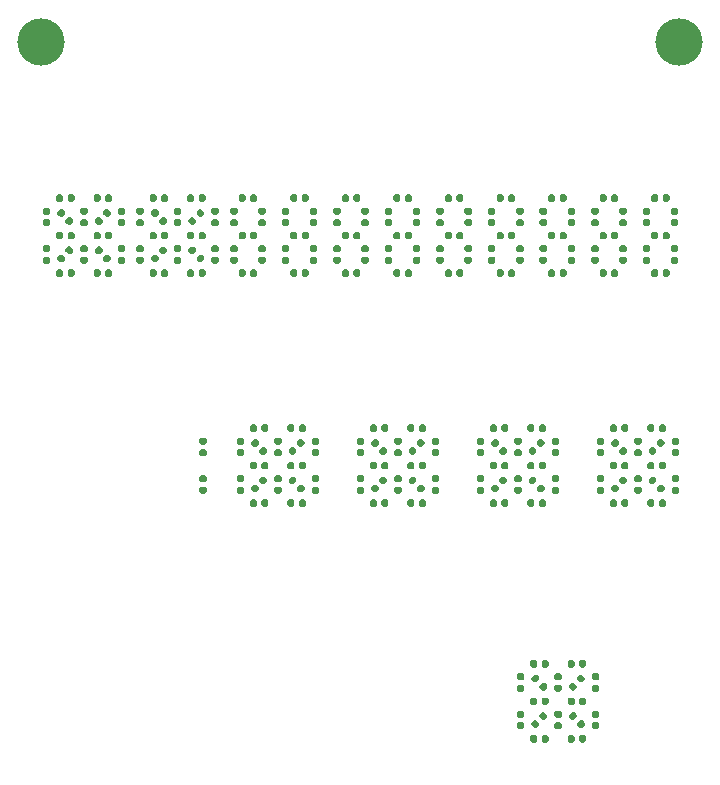
<source format=gbr>
G04 #@! TF.GenerationSoftware,KiCad,Pcbnew,(5.1.9)-1*
G04 #@! TF.CreationDate,2021-05-14T22:38:37-04:00*
G04 #@! TF.ProjectId,PanelizedDisplays,50616e65-6c69-47a6-9564-446973706c61,rev?*
G04 #@! TF.SameCoordinates,Original*
G04 #@! TF.FileFunction,Paste,Top*
G04 #@! TF.FilePolarity,Positive*
%FSLAX46Y46*%
G04 Gerber Fmt 4.6, Leading zero omitted, Abs format (unit mm)*
G04 Created by KiCad (PCBNEW (5.1.9)-1) date 2021-05-14 22:38:37*
%MOMM*%
%LPD*%
G01*
G04 APERTURE LIST*
%ADD10C,4.000000*%
G04 APERTURE END LIST*
D10*
X133897000Y-79276000D03*
X79897000Y-79276000D03*
G36*
G01*
X120349500Y-132725500D02*
X120694500Y-132725500D01*
G75*
G02*
X120842000Y-132873000I0J-147500D01*
G01*
X120842000Y-133168000D01*
G75*
G02*
X120694500Y-133315500I-147500J0D01*
G01*
X120349500Y-133315500D01*
G75*
G02*
X120202000Y-133168000I0J147500D01*
G01*
X120202000Y-132873000D01*
G75*
G02*
X120349500Y-132725500I147500J0D01*
G01*
G37*
G36*
G01*
X120349500Y-133695500D02*
X120694500Y-133695500D01*
G75*
G02*
X120842000Y-133843000I0J-147500D01*
G01*
X120842000Y-134138000D01*
G75*
G02*
X120694500Y-134285500I-147500J0D01*
G01*
X120349500Y-134285500D01*
G75*
G02*
X120202000Y-134138000I0J147500D01*
G01*
X120202000Y-133843000D01*
G75*
G02*
X120349500Y-133695500I147500J0D01*
G01*
G37*
G36*
G01*
X124504500Y-132090500D02*
X124504500Y-131745500D01*
G75*
G02*
X124652000Y-131598000I147500J0D01*
G01*
X124947000Y-131598000D01*
G75*
G02*
X125094500Y-131745500I0J-147500D01*
G01*
X125094500Y-132090500D01*
G75*
G02*
X124947000Y-132238000I-147500J0D01*
G01*
X124652000Y-132238000D01*
G75*
G02*
X124504500Y-132090500I0J147500D01*
G01*
G37*
G36*
G01*
X125474500Y-132090500D02*
X125474500Y-131745500D01*
G75*
G02*
X125622000Y-131598000I147500J0D01*
G01*
X125917000Y-131598000D01*
G75*
G02*
X126064500Y-131745500I0J-147500D01*
G01*
X126064500Y-132090500D01*
G75*
G02*
X125917000Y-132238000I-147500J0D01*
G01*
X125622000Y-132238000D01*
G75*
G02*
X125474500Y-132090500I0J147500D01*
G01*
G37*
G36*
G01*
X126699500Y-132725500D02*
X127044500Y-132725500D01*
G75*
G02*
X127192000Y-132873000I0J-147500D01*
G01*
X127192000Y-133168000D01*
G75*
G02*
X127044500Y-133315500I-147500J0D01*
G01*
X126699500Y-133315500D01*
G75*
G02*
X126552000Y-133168000I0J147500D01*
G01*
X126552000Y-132873000D01*
G75*
G02*
X126699500Y-132725500I147500J0D01*
G01*
G37*
G36*
G01*
X126699500Y-133695500D02*
X127044500Y-133695500D01*
G75*
G02*
X127192000Y-133843000I0J-147500D01*
G01*
X127192000Y-134138000D01*
G75*
G02*
X127044500Y-134285500I-147500J0D01*
G01*
X126699500Y-134285500D01*
G75*
G02*
X126552000Y-134138000I0J147500D01*
G01*
X126552000Y-133843000D01*
G75*
G02*
X126699500Y-133695500I147500J0D01*
G01*
G37*
G36*
G01*
X125028173Y-133517875D02*
X125272125Y-133761827D01*
G75*
G02*
X125272125Y-133970423I-104298J-104298D01*
G01*
X125063529Y-134179019D01*
G75*
G02*
X124854933Y-134179019I-104298J104298D01*
G01*
X124610981Y-133935067D01*
G75*
G02*
X124610981Y-133726471I104298J104298D01*
G01*
X124819577Y-133517875D01*
G75*
G02*
X125028173Y-133517875I104298J-104298D01*
G01*
G37*
G36*
G01*
X125714067Y-132831981D02*
X125958019Y-133075933D01*
G75*
G02*
X125958019Y-133284529I-104298J-104298D01*
G01*
X125749423Y-133493125D01*
G75*
G02*
X125540827Y-133493125I-104298J104298D01*
G01*
X125296875Y-133249173D01*
G75*
G02*
X125296875Y-133040577I104298J104298D01*
G01*
X125505471Y-132831981D01*
G75*
G02*
X125714067Y-132831981I104298J-104298D01*
G01*
G37*
G36*
G01*
X124504500Y-138440500D02*
X124504500Y-138095500D01*
G75*
G02*
X124652000Y-137948000I147500J0D01*
G01*
X124947000Y-137948000D01*
G75*
G02*
X125094500Y-138095500I0J-147500D01*
G01*
X125094500Y-138440500D01*
G75*
G02*
X124947000Y-138588000I-147500J0D01*
G01*
X124652000Y-138588000D01*
G75*
G02*
X124504500Y-138440500I0J147500D01*
G01*
G37*
G36*
G01*
X125474500Y-138440500D02*
X125474500Y-138095500D01*
G75*
G02*
X125622000Y-137948000I147500J0D01*
G01*
X125917000Y-137948000D01*
G75*
G02*
X126064500Y-138095500I0J-147500D01*
G01*
X126064500Y-138440500D01*
G75*
G02*
X125917000Y-138588000I-147500J0D01*
G01*
X125622000Y-138588000D01*
G75*
G02*
X125474500Y-138440500I0J147500D01*
G01*
G37*
G36*
G01*
X124610981Y-136250933D02*
X124854933Y-136006981D01*
G75*
G02*
X125063529Y-136006981I104298J-104298D01*
G01*
X125272125Y-136215577D01*
G75*
G02*
X125272125Y-136424173I-104298J-104298D01*
G01*
X125028173Y-136668125D01*
G75*
G02*
X124819577Y-136668125I-104298J104298D01*
G01*
X124610981Y-136459529D01*
G75*
G02*
X124610981Y-136250933I104298J104298D01*
G01*
G37*
G36*
G01*
X125296875Y-136936827D02*
X125540827Y-136692875D01*
G75*
G02*
X125749423Y-136692875I104298J-104298D01*
G01*
X125958019Y-136901471D01*
G75*
G02*
X125958019Y-137110067I-104298J-104298D01*
G01*
X125714067Y-137354019D01*
G75*
G02*
X125505471Y-137354019I-104298J104298D01*
G01*
X125296875Y-137145423D01*
G75*
G02*
X125296875Y-136936827I104298J104298D01*
G01*
G37*
G36*
G01*
X122539067Y-136006981D02*
X122783019Y-136250933D01*
G75*
G02*
X122783019Y-136459529I-104298J-104298D01*
G01*
X122574423Y-136668125D01*
G75*
G02*
X122365827Y-136668125I-104298J104298D01*
G01*
X122121875Y-136424173D01*
G75*
G02*
X122121875Y-136215577I104298J104298D01*
G01*
X122330471Y-136006981D01*
G75*
G02*
X122539067Y-136006981I104298J-104298D01*
G01*
G37*
G36*
G01*
X121853173Y-136692875D02*
X122097125Y-136936827D01*
G75*
G02*
X122097125Y-137145423I-104298J-104298D01*
G01*
X121888529Y-137354019D01*
G75*
G02*
X121679933Y-137354019I-104298J104298D01*
G01*
X121435981Y-137110067D01*
G75*
G02*
X121435981Y-136901471I104298J104298D01*
G01*
X121644577Y-136692875D01*
G75*
G02*
X121853173Y-136692875I104298J-104298D01*
G01*
G37*
G36*
G01*
X122121875Y-133761827D02*
X122365827Y-133517875D01*
G75*
G02*
X122574423Y-133517875I104298J-104298D01*
G01*
X122783019Y-133726471D01*
G75*
G02*
X122783019Y-133935067I-104298J-104298D01*
G01*
X122539067Y-134179019D01*
G75*
G02*
X122330471Y-134179019I-104298J104298D01*
G01*
X122121875Y-133970423D01*
G75*
G02*
X122121875Y-133761827I104298J104298D01*
G01*
G37*
G36*
G01*
X121435981Y-133075933D02*
X121679933Y-132831981D01*
G75*
G02*
X121888529Y-132831981I104298J-104298D01*
G01*
X122097125Y-133040577D01*
G75*
G02*
X122097125Y-133249173I-104298J-104298D01*
G01*
X121853173Y-133493125D01*
G75*
G02*
X121644577Y-133493125I-104298J104298D01*
G01*
X121435981Y-133284529D01*
G75*
G02*
X121435981Y-133075933I104298J104298D01*
G01*
G37*
G36*
G01*
X122889500Y-134920500D02*
X122889500Y-135265500D01*
G75*
G02*
X122742000Y-135413000I-147500J0D01*
G01*
X122447000Y-135413000D01*
G75*
G02*
X122299500Y-135265500I0J147500D01*
G01*
X122299500Y-134920500D01*
G75*
G02*
X122447000Y-134773000I147500J0D01*
G01*
X122742000Y-134773000D01*
G75*
G02*
X122889500Y-134920500I0J-147500D01*
G01*
G37*
G36*
G01*
X121919500Y-134920500D02*
X121919500Y-135265500D01*
G75*
G02*
X121772000Y-135413000I-147500J0D01*
G01*
X121477000Y-135413000D01*
G75*
G02*
X121329500Y-135265500I0J147500D01*
G01*
X121329500Y-134920500D01*
G75*
G02*
X121477000Y-134773000I147500J0D01*
G01*
X121772000Y-134773000D01*
G75*
G02*
X121919500Y-134920500I0J-147500D01*
G01*
G37*
G36*
G01*
X122889500Y-138095500D02*
X122889500Y-138440500D01*
G75*
G02*
X122742000Y-138588000I-147500J0D01*
G01*
X122447000Y-138588000D01*
G75*
G02*
X122299500Y-138440500I0J147500D01*
G01*
X122299500Y-138095500D01*
G75*
G02*
X122447000Y-137948000I147500J0D01*
G01*
X122742000Y-137948000D01*
G75*
G02*
X122889500Y-138095500I0J-147500D01*
G01*
G37*
G36*
G01*
X121919500Y-138095500D02*
X121919500Y-138440500D01*
G75*
G02*
X121772000Y-138588000I-147500J0D01*
G01*
X121477000Y-138588000D01*
G75*
G02*
X121329500Y-138440500I0J147500D01*
G01*
X121329500Y-138095500D01*
G75*
G02*
X121477000Y-137948000I147500J0D01*
G01*
X121772000Y-137948000D01*
G75*
G02*
X121919500Y-138095500I0J-147500D01*
G01*
G37*
G36*
G01*
X123524500Y-132725500D02*
X123869500Y-132725500D01*
G75*
G02*
X124017000Y-132873000I0J-147500D01*
G01*
X124017000Y-133168000D01*
G75*
G02*
X123869500Y-133315500I-147500J0D01*
G01*
X123524500Y-133315500D01*
G75*
G02*
X123377000Y-133168000I0J147500D01*
G01*
X123377000Y-132873000D01*
G75*
G02*
X123524500Y-132725500I147500J0D01*
G01*
G37*
G36*
G01*
X123524500Y-133695500D02*
X123869500Y-133695500D01*
G75*
G02*
X124017000Y-133843000I0J-147500D01*
G01*
X124017000Y-134138000D01*
G75*
G02*
X123869500Y-134285500I-147500J0D01*
G01*
X123524500Y-134285500D01*
G75*
G02*
X123377000Y-134138000I0J147500D01*
G01*
X123377000Y-133843000D01*
G75*
G02*
X123524500Y-133695500I147500J0D01*
G01*
G37*
G36*
G01*
X124504500Y-135265500D02*
X124504500Y-134920500D01*
G75*
G02*
X124652000Y-134773000I147500J0D01*
G01*
X124947000Y-134773000D01*
G75*
G02*
X125094500Y-134920500I0J-147500D01*
G01*
X125094500Y-135265500D01*
G75*
G02*
X124947000Y-135413000I-147500J0D01*
G01*
X124652000Y-135413000D01*
G75*
G02*
X124504500Y-135265500I0J147500D01*
G01*
G37*
G36*
G01*
X125474500Y-135265500D02*
X125474500Y-134920500D01*
G75*
G02*
X125622000Y-134773000I147500J0D01*
G01*
X125917000Y-134773000D01*
G75*
G02*
X126064500Y-134920500I0J-147500D01*
G01*
X126064500Y-135265500D01*
G75*
G02*
X125917000Y-135413000I-147500J0D01*
G01*
X125622000Y-135413000D01*
G75*
G02*
X125474500Y-135265500I0J147500D01*
G01*
G37*
G36*
G01*
X123524500Y-136870500D02*
X123869500Y-136870500D01*
G75*
G02*
X124017000Y-137018000I0J-147500D01*
G01*
X124017000Y-137313000D01*
G75*
G02*
X123869500Y-137460500I-147500J0D01*
G01*
X123524500Y-137460500D01*
G75*
G02*
X123377000Y-137313000I0J147500D01*
G01*
X123377000Y-137018000D01*
G75*
G02*
X123524500Y-136870500I147500J0D01*
G01*
G37*
G36*
G01*
X123524500Y-135900500D02*
X123869500Y-135900500D01*
G75*
G02*
X124017000Y-136048000I0J-147500D01*
G01*
X124017000Y-136343000D01*
G75*
G02*
X123869500Y-136490500I-147500J0D01*
G01*
X123524500Y-136490500D01*
G75*
G02*
X123377000Y-136343000I0J147500D01*
G01*
X123377000Y-136048000D01*
G75*
G02*
X123524500Y-135900500I147500J0D01*
G01*
G37*
G36*
G01*
X120349500Y-136870500D02*
X120694500Y-136870500D01*
G75*
G02*
X120842000Y-137018000I0J-147500D01*
G01*
X120842000Y-137313000D01*
G75*
G02*
X120694500Y-137460500I-147500J0D01*
G01*
X120349500Y-137460500D01*
G75*
G02*
X120202000Y-137313000I0J147500D01*
G01*
X120202000Y-137018000D01*
G75*
G02*
X120349500Y-136870500I147500J0D01*
G01*
G37*
G36*
G01*
X120349500Y-135900500D02*
X120694500Y-135900500D01*
G75*
G02*
X120842000Y-136048000I0J-147500D01*
G01*
X120842000Y-136343000D01*
G75*
G02*
X120694500Y-136490500I-147500J0D01*
G01*
X120349500Y-136490500D01*
G75*
G02*
X120202000Y-136343000I0J147500D01*
G01*
X120202000Y-136048000D01*
G75*
G02*
X120349500Y-135900500I147500J0D01*
G01*
G37*
G36*
G01*
X121919500Y-131745500D02*
X121919500Y-132090500D01*
G75*
G02*
X121772000Y-132238000I-147500J0D01*
G01*
X121477000Y-132238000D01*
G75*
G02*
X121329500Y-132090500I0J147500D01*
G01*
X121329500Y-131745500D01*
G75*
G02*
X121477000Y-131598000I147500J0D01*
G01*
X121772000Y-131598000D01*
G75*
G02*
X121919500Y-131745500I0J-147500D01*
G01*
G37*
G36*
G01*
X122889500Y-131745500D02*
X122889500Y-132090500D01*
G75*
G02*
X122742000Y-132238000I-147500J0D01*
G01*
X122447000Y-132238000D01*
G75*
G02*
X122299500Y-132090500I0J147500D01*
G01*
X122299500Y-131745500D01*
G75*
G02*
X122447000Y-131598000I147500J0D01*
G01*
X122742000Y-131598000D01*
G75*
G02*
X122889500Y-131745500I0J-147500D01*
G01*
G37*
G36*
G01*
X126699500Y-136870500D02*
X127044500Y-136870500D01*
G75*
G02*
X127192000Y-137018000I0J-147500D01*
G01*
X127192000Y-137313000D01*
G75*
G02*
X127044500Y-137460500I-147500J0D01*
G01*
X126699500Y-137460500D01*
G75*
G02*
X126552000Y-137313000I0J147500D01*
G01*
X126552000Y-137018000D01*
G75*
G02*
X126699500Y-136870500I147500J0D01*
G01*
G37*
G36*
G01*
X126699500Y-135900500D02*
X127044500Y-135900500D01*
G75*
G02*
X127192000Y-136048000I0J-147500D01*
G01*
X127192000Y-136343000D01*
G75*
G02*
X127044500Y-136490500I-147500J0D01*
G01*
X126699500Y-136490500D01*
G75*
G02*
X126552000Y-136343000I0J147500D01*
G01*
X126552000Y-136048000D01*
G75*
G02*
X126699500Y-135900500I147500J0D01*
G01*
G37*
G36*
G01*
X91658500Y-93887500D02*
X91313500Y-93887500D01*
G75*
G02*
X91166000Y-93740000I0J147500D01*
G01*
X91166000Y-93445000D01*
G75*
G02*
X91313500Y-93297500I147500J0D01*
G01*
X91658500Y-93297500D01*
G75*
G02*
X91806000Y-93445000I0J-147500D01*
G01*
X91806000Y-93740000D01*
G75*
G02*
X91658500Y-93887500I-147500J0D01*
G01*
G37*
G36*
G01*
X91658500Y-94857500D02*
X91313500Y-94857500D01*
G75*
G02*
X91166000Y-94710000I0J147500D01*
G01*
X91166000Y-94415000D01*
G75*
G02*
X91313500Y-94267500I147500J0D01*
G01*
X91658500Y-94267500D01*
G75*
G02*
X91806000Y-94415000I0J-147500D01*
G01*
X91806000Y-94710000D01*
G75*
G02*
X91658500Y-94857500I-147500J0D01*
G01*
G37*
G36*
G01*
X92883500Y-92317500D02*
X92883500Y-92662500D01*
G75*
G02*
X92736000Y-92810000I-147500J0D01*
G01*
X92441000Y-92810000D01*
G75*
G02*
X92293500Y-92662500I0J147500D01*
G01*
X92293500Y-92317500D01*
G75*
G02*
X92441000Y-92170000I147500J0D01*
G01*
X92736000Y-92170000D01*
G75*
G02*
X92883500Y-92317500I0J-147500D01*
G01*
G37*
G36*
G01*
X93853500Y-92317500D02*
X93853500Y-92662500D01*
G75*
G02*
X93706000Y-92810000I-147500J0D01*
G01*
X93411000Y-92810000D01*
G75*
G02*
X93263500Y-92662500I0J147500D01*
G01*
X93263500Y-92317500D01*
G75*
G02*
X93411000Y-92170000I147500J0D01*
G01*
X93706000Y-92170000D01*
G75*
G02*
X93853500Y-92317500I0J-147500D01*
G01*
G37*
G36*
G01*
X89708500Y-98667500D02*
X89708500Y-99012500D01*
G75*
G02*
X89561000Y-99160000I-147500J0D01*
G01*
X89266000Y-99160000D01*
G75*
G02*
X89118500Y-99012500I0J147500D01*
G01*
X89118500Y-98667500D01*
G75*
G02*
X89266000Y-98520000I147500J0D01*
G01*
X89561000Y-98520000D01*
G75*
G02*
X89708500Y-98667500I0J-147500D01*
G01*
G37*
G36*
G01*
X90678500Y-98667500D02*
X90678500Y-99012500D01*
G75*
G02*
X90531000Y-99160000I-147500J0D01*
G01*
X90236000Y-99160000D01*
G75*
G02*
X90088500Y-99012500I0J147500D01*
G01*
X90088500Y-98667500D01*
G75*
G02*
X90236000Y-98520000I147500J0D01*
G01*
X90531000Y-98520000D01*
G75*
G02*
X90678500Y-98667500I0J-147500D01*
G01*
G37*
G36*
G01*
X89642173Y-97264875D02*
X89886125Y-97508827D01*
G75*
G02*
X89886125Y-97717423I-104298J-104298D01*
G01*
X89677529Y-97926019D01*
G75*
G02*
X89468933Y-97926019I-104298J104298D01*
G01*
X89224981Y-97682067D01*
G75*
G02*
X89224981Y-97473471I104298J104298D01*
G01*
X89433577Y-97264875D01*
G75*
G02*
X89642173Y-97264875I104298J-104298D01*
G01*
G37*
G36*
G01*
X90328067Y-96578981D02*
X90572019Y-96822933D01*
G75*
G02*
X90572019Y-97031529I-104298J-104298D01*
G01*
X90363423Y-97240125D01*
G75*
G02*
X90154827Y-97240125I-104298J104298D01*
G01*
X89910875Y-96996173D01*
G75*
G02*
X89910875Y-96787577I104298J104298D01*
G01*
X90119471Y-96578981D01*
G75*
G02*
X90328067Y-96578981I104298J-104298D01*
G01*
G37*
G36*
G01*
X92883500Y-95492500D02*
X92883500Y-95837500D01*
G75*
G02*
X92736000Y-95985000I-147500J0D01*
G01*
X92441000Y-95985000D01*
G75*
G02*
X92293500Y-95837500I0J147500D01*
G01*
X92293500Y-95492500D01*
G75*
G02*
X92441000Y-95345000I147500J0D01*
G01*
X92736000Y-95345000D01*
G75*
G02*
X92883500Y-95492500I0J-147500D01*
G01*
G37*
G36*
G01*
X93853500Y-95492500D02*
X93853500Y-95837500D01*
G75*
G02*
X93706000Y-95985000I-147500J0D01*
G01*
X93411000Y-95985000D01*
G75*
G02*
X93263500Y-95837500I0J147500D01*
G01*
X93263500Y-95492500D01*
G75*
G02*
X93411000Y-95345000I147500J0D01*
G01*
X93706000Y-95345000D01*
G75*
G02*
X93853500Y-95492500I0J-147500D01*
G01*
G37*
G36*
G01*
X93061125Y-96996173D02*
X92817173Y-97240125D01*
G75*
G02*
X92608577Y-97240125I-104298J104298D01*
G01*
X92399981Y-97031529D01*
G75*
G02*
X92399981Y-96822933I104298J104298D01*
G01*
X92643933Y-96578981D01*
G75*
G02*
X92852529Y-96578981I104298J-104298D01*
G01*
X93061125Y-96787577D01*
G75*
G02*
X93061125Y-96996173I-104298J-104298D01*
G01*
G37*
G36*
G01*
X93747019Y-97682067D02*
X93503067Y-97926019D01*
G75*
G02*
X93294471Y-97926019I-104298J104298D01*
G01*
X93085875Y-97717423D01*
G75*
G02*
X93085875Y-97508827I104298J104298D01*
G01*
X93329827Y-97264875D01*
G75*
G02*
X93538423Y-97264875I104298J-104298D01*
G01*
X93747019Y-97473471D01*
G75*
G02*
X93747019Y-97682067I-104298J-104298D01*
G01*
G37*
G36*
G01*
X92817173Y-94089875D02*
X93061125Y-94333827D01*
G75*
G02*
X93061125Y-94542423I-104298J-104298D01*
G01*
X92852529Y-94751019D01*
G75*
G02*
X92643933Y-94751019I-104298J104298D01*
G01*
X92399981Y-94507067D01*
G75*
G02*
X92399981Y-94298471I104298J104298D01*
G01*
X92608577Y-94089875D01*
G75*
G02*
X92817173Y-94089875I104298J-104298D01*
G01*
G37*
G36*
G01*
X93503067Y-93403981D02*
X93747019Y-93647933D01*
G75*
G02*
X93747019Y-93856529I-104298J-104298D01*
G01*
X93538423Y-94065125D01*
G75*
G02*
X93329827Y-94065125I-104298J104298D01*
G01*
X93085875Y-93821173D01*
G75*
G02*
X93085875Y-93612577I104298J104298D01*
G01*
X93294471Y-93403981D01*
G75*
G02*
X93503067Y-93403981I104298J-104298D01*
G01*
G37*
G36*
G01*
X92883500Y-98667500D02*
X92883500Y-99012500D01*
G75*
G02*
X92736000Y-99160000I-147500J0D01*
G01*
X92441000Y-99160000D01*
G75*
G02*
X92293500Y-99012500I0J147500D01*
G01*
X92293500Y-98667500D01*
G75*
G02*
X92441000Y-98520000I147500J0D01*
G01*
X92736000Y-98520000D01*
G75*
G02*
X92883500Y-98667500I0J-147500D01*
G01*
G37*
G36*
G01*
X93853500Y-98667500D02*
X93853500Y-99012500D01*
G75*
G02*
X93706000Y-99160000I-147500J0D01*
G01*
X93411000Y-99160000D01*
G75*
G02*
X93263500Y-99012500I0J147500D01*
G01*
X93263500Y-98667500D01*
G75*
G02*
X93411000Y-98520000I147500J0D01*
G01*
X93706000Y-98520000D01*
G75*
G02*
X93853500Y-98667500I0J-147500D01*
G01*
G37*
G36*
G01*
X94833500Y-93887500D02*
X94488500Y-93887500D01*
G75*
G02*
X94341000Y-93740000I0J147500D01*
G01*
X94341000Y-93445000D01*
G75*
G02*
X94488500Y-93297500I147500J0D01*
G01*
X94833500Y-93297500D01*
G75*
G02*
X94981000Y-93445000I0J-147500D01*
G01*
X94981000Y-93740000D01*
G75*
G02*
X94833500Y-93887500I-147500J0D01*
G01*
G37*
G36*
G01*
X94833500Y-94857500D02*
X94488500Y-94857500D01*
G75*
G02*
X94341000Y-94710000I0J147500D01*
G01*
X94341000Y-94415000D01*
G75*
G02*
X94488500Y-94267500I147500J0D01*
G01*
X94833500Y-94267500D01*
G75*
G02*
X94981000Y-94415000I0J-147500D01*
G01*
X94981000Y-94710000D01*
G75*
G02*
X94833500Y-94857500I-147500J0D01*
G01*
G37*
G36*
G01*
X91313500Y-97442500D02*
X91658500Y-97442500D01*
G75*
G02*
X91806000Y-97590000I0J-147500D01*
G01*
X91806000Y-97885000D01*
G75*
G02*
X91658500Y-98032500I-147500J0D01*
G01*
X91313500Y-98032500D01*
G75*
G02*
X91166000Y-97885000I0J147500D01*
G01*
X91166000Y-97590000D01*
G75*
G02*
X91313500Y-97442500I147500J0D01*
G01*
G37*
G36*
G01*
X91313500Y-96472500D02*
X91658500Y-96472500D01*
G75*
G02*
X91806000Y-96620000I0J-147500D01*
G01*
X91806000Y-96915000D01*
G75*
G02*
X91658500Y-97062500I-147500J0D01*
G01*
X91313500Y-97062500D01*
G75*
G02*
X91166000Y-96915000I0J147500D01*
G01*
X91166000Y-96620000D01*
G75*
G02*
X91313500Y-96472500I147500J0D01*
G01*
G37*
G36*
G01*
X94488500Y-97442500D02*
X94833500Y-97442500D01*
G75*
G02*
X94981000Y-97590000I0J-147500D01*
G01*
X94981000Y-97885000D01*
G75*
G02*
X94833500Y-98032500I-147500J0D01*
G01*
X94488500Y-98032500D01*
G75*
G02*
X94341000Y-97885000I0J147500D01*
G01*
X94341000Y-97590000D01*
G75*
G02*
X94488500Y-97442500I147500J0D01*
G01*
G37*
G36*
G01*
X94488500Y-96472500D02*
X94833500Y-96472500D01*
G75*
G02*
X94981000Y-96620000I0J-147500D01*
G01*
X94981000Y-96915000D01*
G75*
G02*
X94833500Y-97062500I-147500J0D01*
G01*
X94488500Y-97062500D01*
G75*
G02*
X94341000Y-96915000I0J147500D01*
G01*
X94341000Y-96620000D01*
G75*
G02*
X94488500Y-96472500I147500J0D01*
G01*
G37*
G36*
G01*
X88483500Y-93887500D02*
X88138500Y-93887500D01*
G75*
G02*
X87991000Y-93740000I0J147500D01*
G01*
X87991000Y-93445000D01*
G75*
G02*
X88138500Y-93297500I147500J0D01*
G01*
X88483500Y-93297500D01*
G75*
G02*
X88631000Y-93445000I0J-147500D01*
G01*
X88631000Y-93740000D01*
G75*
G02*
X88483500Y-93887500I-147500J0D01*
G01*
G37*
G36*
G01*
X88483500Y-94857500D02*
X88138500Y-94857500D01*
G75*
G02*
X87991000Y-94710000I0J147500D01*
G01*
X87991000Y-94415000D01*
G75*
G02*
X88138500Y-94267500I147500J0D01*
G01*
X88483500Y-94267500D01*
G75*
G02*
X88631000Y-94415000I0J-147500D01*
G01*
X88631000Y-94710000D01*
G75*
G02*
X88483500Y-94857500I-147500J0D01*
G01*
G37*
G36*
G01*
X89708500Y-92317500D02*
X89708500Y-92662500D01*
G75*
G02*
X89561000Y-92810000I-147500J0D01*
G01*
X89266000Y-92810000D01*
G75*
G02*
X89118500Y-92662500I0J147500D01*
G01*
X89118500Y-92317500D01*
G75*
G02*
X89266000Y-92170000I147500J0D01*
G01*
X89561000Y-92170000D01*
G75*
G02*
X89708500Y-92317500I0J-147500D01*
G01*
G37*
G36*
G01*
X90678500Y-92317500D02*
X90678500Y-92662500D01*
G75*
G02*
X90531000Y-92810000I-147500J0D01*
G01*
X90236000Y-92810000D01*
G75*
G02*
X90088500Y-92662500I0J147500D01*
G01*
X90088500Y-92317500D01*
G75*
G02*
X90236000Y-92170000I147500J0D01*
G01*
X90531000Y-92170000D01*
G75*
G02*
X90678500Y-92317500I0J-147500D01*
G01*
G37*
G36*
G01*
X89708500Y-95492500D02*
X89708500Y-95837500D01*
G75*
G02*
X89561000Y-95985000I-147500J0D01*
G01*
X89266000Y-95985000D01*
G75*
G02*
X89118500Y-95837500I0J147500D01*
G01*
X89118500Y-95492500D01*
G75*
G02*
X89266000Y-95345000I147500J0D01*
G01*
X89561000Y-95345000D01*
G75*
G02*
X89708500Y-95492500I0J-147500D01*
G01*
G37*
G36*
G01*
X90678500Y-95492500D02*
X90678500Y-95837500D01*
G75*
G02*
X90531000Y-95985000I-147500J0D01*
G01*
X90236000Y-95985000D01*
G75*
G02*
X90088500Y-95837500I0J147500D01*
G01*
X90088500Y-95492500D01*
G75*
G02*
X90236000Y-95345000I147500J0D01*
G01*
X90531000Y-95345000D01*
G75*
G02*
X90678500Y-95492500I0J-147500D01*
G01*
G37*
G36*
G01*
X89886125Y-93821173D02*
X89642173Y-94065125D01*
G75*
G02*
X89433577Y-94065125I-104298J104298D01*
G01*
X89224981Y-93856529D01*
G75*
G02*
X89224981Y-93647933I104298J104298D01*
G01*
X89468933Y-93403981D01*
G75*
G02*
X89677529Y-93403981I104298J-104298D01*
G01*
X89886125Y-93612577D01*
G75*
G02*
X89886125Y-93821173I-104298J-104298D01*
G01*
G37*
G36*
G01*
X90572019Y-94507067D02*
X90328067Y-94751019D01*
G75*
G02*
X90119471Y-94751019I-104298J104298D01*
G01*
X89910875Y-94542423D01*
G75*
G02*
X89910875Y-94333827I104298J104298D01*
G01*
X90154827Y-94089875D01*
G75*
G02*
X90363423Y-94089875I104298J-104298D01*
G01*
X90572019Y-94298471D01*
G75*
G02*
X90572019Y-94507067I-104298J-104298D01*
G01*
G37*
G36*
G01*
X88138500Y-97442500D02*
X88483500Y-97442500D01*
G75*
G02*
X88631000Y-97590000I0J-147500D01*
G01*
X88631000Y-97885000D01*
G75*
G02*
X88483500Y-98032500I-147500J0D01*
G01*
X88138500Y-98032500D01*
G75*
G02*
X87991000Y-97885000I0J147500D01*
G01*
X87991000Y-97590000D01*
G75*
G02*
X88138500Y-97442500I147500J0D01*
G01*
G37*
G36*
G01*
X88138500Y-96472500D02*
X88483500Y-96472500D01*
G75*
G02*
X88631000Y-96620000I0J-147500D01*
G01*
X88631000Y-96915000D01*
G75*
G02*
X88483500Y-97062500I-147500J0D01*
G01*
X88138500Y-97062500D01*
G75*
G02*
X87991000Y-96915000I0J147500D01*
G01*
X87991000Y-96620000D01*
G75*
G02*
X88138500Y-96472500I147500J0D01*
G01*
G37*
G36*
G01*
X84893673Y-94089375D02*
X85137625Y-94333327D01*
G75*
G02*
X85137625Y-94541923I-104298J-104298D01*
G01*
X84929029Y-94750519D01*
G75*
G02*
X84720433Y-94750519I-104298J104298D01*
G01*
X84476481Y-94506567D01*
G75*
G02*
X84476481Y-94297971I104298J104298D01*
G01*
X84685077Y-94089375D01*
G75*
G02*
X84893673Y-94089375I104298J-104298D01*
G01*
G37*
G36*
G01*
X85579567Y-93403481D02*
X85823519Y-93647433D01*
G75*
G02*
X85823519Y-93856029I-104298J-104298D01*
G01*
X85614923Y-94064625D01*
G75*
G02*
X85406327Y-94064625I-104298J104298D01*
G01*
X85162375Y-93820673D01*
G75*
G02*
X85162375Y-93612077I104298J104298D01*
G01*
X85370971Y-93403481D01*
G75*
G02*
X85579567Y-93403481I104298J-104298D01*
G01*
G37*
G36*
G01*
X81962625Y-93820673D02*
X81718673Y-94064625D01*
G75*
G02*
X81510077Y-94064625I-104298J104298D01*
G01*
X81301481Y-93856029D01*
G75*
G02*
X81301481Y-93647433I104298J104298D01*
G01*
X81545433Y-93403481D01*
G75*
G02*
X81754029Y-93403481I104298J-104298D01*
G01*
X81962625Y-93612077D01*
G75*
G02*
X81962625Y-93820673I-104298J-104298D01*
G01*
G37*
G36*
G01*
X82648519Y-94506567D02*
X82404567Y-94750519D01*
G75*
G02*
X82195971Y-94750519I-104298J104298D01*
G01*
X81987375Y-94541923D01*
G75*
G02*
X81987375Y-94333327I104298J104298D01*
G01*
X82231327Y-94089375D01*
G75*
G02*
X82439923Y-94089375I104298J-104298D01*
G01*
X82648519Y-94297971D01*
G75*
G02*
X82648519Y-94506567I-104298J-104298D01*
G01*
G37*
G36*
G01*
X85137625Y-96995673D02*
X84893673Y-97239625D01*
G75*
G02*
X84685077Y-97239625I-104298J104298D01*
G01*
X84476481Y-97031029D01*
G75*
G02*
X84476481Y-96822433I104298J104298D01*
G01*
X84720433Y-96578481D01*
G75*
G02*
X84929029Y-96578481I104298J-104298D01*
G01*
X85137625Y-96787077D01*
G75*
G02*
X85137625Y-96995673I-104298J-104298D01*
G01*
G37*
G36*
G01*
X85823519Y-97681567D02*
X85579567Y-97925519D01*
G75*
G02*
X85370971Y-97925519I-104298J104298D01*
G01*
X85162375Y-97716923D01*
G75*
G02*
X85162375Y-97508327I104298J104298D01*
G01*
X85406327Y-97264375D01*
G75*
G02*
X85614923Y-97264375I104298J-104298D01*
G01*
X85823519Y-97472971D01*
G75*
G02*
X85823519Y-97681567I-104298J-104298D01*
G01*
G37*
G36*
G01*
X84960000Y-92317000D02*
X84960000Y-92662000D01*
G75*
G02*
X84812500Y-92809500I-147500J0D01*
G01*
X84517500Y-92809500D01*
G75*
G02*
X84370000Y-92662000I0J147500D01*
G01*
X84370000Y-92317000D01*
G75*
G02*
X84517500Y-92169500I147500J0D01*
G01*
X84812500Y-92169500D01*
G75*
G02*
X84960000Y-92317000I0J-147500D01*
G01*
G37*
G36*
G01*
X85930000Y-92317000D02*
X85930000Y-92662000D01*
G75*
G02*
X85782500Y-92809500I-147500J0D01*
G01*
X85487500Y-92809500D01*
G75*
G02*
X85340000Y-92662000I0J147500D01*
G01*
X85340000Y-92317000D01*
G75*
G02*
X85487500Y-92169500I147500J0D01*
G01*
X85782500Y-92169500D01*
G75*
G02*
X85930000Y-92317000I0J-147500D01*
G01*
G37*
G36*
G01*
X84960000Y-95492000D02*
X84960000Y-95837000D01*
G75*
G02*
X84812500Y-95984500I-147500J0D01*
G01*
X84517500Y-95984500D01*
G75*
G02*
X84370000Y-95837000I0J147500D01*
G01*
X84370000Y-95492000D01*
G75*
G02*
X84517500Y-95344500I147500J0D01*
G01*
X84812500Y-95344500D01*
G75*
G02*
X84960000Y-95492000I0J-147500D01*
G01*
G37*
G36*
G01*
X85930000Y-95492000D02*
X85930000Y-95837000D01*
G75*
G02*
X85782500Y-95984500I-147500J0D01*
G01*
X85487500Y-95984500D01*
G75*
G02*
X85340000Y-95837000I0J147500D01*
G01*
X85340000Y-95492000D01*
G75*
G02*
X85487500Y-95344500I147500J0D01*
G01*
X85782500Y-95344500D01*
G75*
G02*
X85930000Y-95492000I0J-147500D01*
G01*
G37*
G36*
G01*
X83390000Y-97442000D02*
X83735000Y-97442000D01*
G75*
G02*
X83882500Y-97589500I0J-147500D01*
G01*
X83882500Y-97884500D01*
G75*
G02*
X83735000Y-98032000I-147500J0D01*
G01*
X83390000Y-98032000D01*
G75*
G02*
X83242500Y-97884500I0J147500D01*
G01*
X83242500Y-97589500D01*
G75*
G02*
X83390000Y-97442000I147500J0D01*
G01*
G37*
G36*
G01*
X83390000Y-96472000D02*
X83735000Y-96472000D01*
G75*
G02*
X83882500Y-96619500I0J-147500D01*
G01*
X83882500Y-96914500D01*
G75*
G02*
X83735000Y-97062000I-147500J0D01*
G01*
X83390000Y-97062000D01*
G75*
G02*
X83242500Y-96914500I0J147500D01*
G01*
X83242500Y-96619500D01*
G75*
G02*
X83390000Y-96472000I147500J0D01*
G01*
G37*
G36*
G01*
X81785000Y-95492000D02*
X81785000Y-95837000D01*
G75*
G02*
X81637500Y-95984500I-147500J0D01*
G01*
X81342500Y-95984500D01*
G75*
G02*
X81195000Y-95837000I0J147500D01*
G01*
X81195000Y-95492000D01*
G75*
G02*
X81342500Y-95344500I147500J0D01*
G01*
X81637500Y-95344500D01*
G75*
G02*
X81785000Y-95492000I0J-147500D01*
G01*
G37*
G36*
G01*
X82755000Y-95492000D02*
X82755000Y-95837000D01*
G75*
G02*
X82607500Y-95984500I-147500J0D01*
G01*
X82312500Y-95984500D01*
G75*
G02*
X82165000Y-95837000I0J147500D01*
G01*
X82165000Y-95492000D01*
G75*
G02*
X82312500Y-95344500I147500J0D01*
G01*
X82607500Y-95344500D01*
G75*
G02*
X82755000Y-95492000I0J-147500D01*
G01*
G37*
G36*
G01*
X81785000Y-98667000D02*
X81785000Y-99012000D01*
G75*
G02*
X81637500Y-99159500I-147500J0D01*
G01*
X81342500Y-99159500D01*
G75*
G02*
X81195000Y-99012000I0J147500D01*
G01*
X81195000Y-98667000D01*
G75*
G02*
X81342500Y-98519500I147500J0D01*
G01*
X81637500Y-98519500D01*
G75*
G02*
X81785000Y-98667000I0J-147500D01*
G01*
G37*
G36*
G01*
X82755000Y-98667000D02*
X82755000Y-99012000D01*
G75*
G02*
X82607500Y-99159500I-147500J0D01*
G01*
X82312500Y-99159500D01*
G75*
G02*
X82165000Y-99012000I0J147500D01*
G01*
X82165000Y-98667000D01*
G75*
G02*
X82312500Y-98519500I147500J0D01*
G01*
X82607500Y-98519500D01*
G75*
G02*
X82755000Y-98667000I0J-147500D01*
G01*
G37*
G36*
G01*
X86910000Y-93887000D02*
X86565000Y-93887000D01*
G75*
G02*
X86417500Y-93739500I0J147500D01*
G01*
X86417500Y-93444500D01*
G75*
G02*
X86565000Y-93297000I147500J0D01*
G01*
X86910000Y-93297000D01*
G75*
G02*
X87057500Y-93444500I0J-147500D01*
G01*
X87057500Y-93739500D01*
G75*
G02*
X86910000Y-93887000I-147500J0D01*
G01*
G37*
G36*
G01*
X86910000Y-94857000D02*
X86565000Y-94857000D01*
G75*
G02*
X86417500Y-94709500I0J147500D01*
G01*
X86417500Y-94414500D01*
G75*
G02*
X86565000Y-94267000I147500J0D01*
G01*
X86910000Y-94267000D01*
G75*
G02*
X87057500Y-94414500I0J-147500D01*
G01*
X87057500Y-94709500D01*
G75*
G02*
X86910000Y-94857000I-147500J0D01*
G01*
G37*
G36*
G01*
X81718673Y-97264375D02*
X81962625Y-97508327D01*
G75*
G02*
X81962625Y-97716923I-104298J-104298D01*
G01*
X81754029Y-97925519D01*
G75*
G02*
X81545433Y-97925519I-104298J104298D01*
G01*
X81301481Y-97681567D01*
G75*
G02*
X81301481Y-97472971I104298J104298D01*
G01*
X81510077Y-97264375D01*
G75*
G02*
X81718673Y-97264375I104298J-104298D01*
G01*
G37*
G36*
G01*
X82404567Y-96578481D02*
X82648519Y-96822433D01*
G75*
G02*
X82648519Y-97031029I-104298J-104298D01*
G01*
X82439923Y-97239625D01*
G75*
G02*
X82231327Y-97239625I-104298J104298D01*
G01*
X81987375Y-96995673D01*
G75*
G02*
X81987375Y-96787077I104298J104298D01*
G01*
X82195971Y-96578481D01*
G75*
G02*
X82404567Y-96578481I104298J-104298D01*
G01*
G37*
G36*
G01*
X86565000Y-97442000D02*
X86910000Y-97442000D01*
G75*
G02*
X87057500Y-97589500I0J-147500D01*
G01*
X87057500Y-97884500D01*
G75*
G02*
X86910000Y-98032000I-147500J0D01*
G01*
X86565000Y-98032000D01*
G75*
G02*
X86417500Y-97884500I0J147500D01*
G01*
X86417500Y-97589500D01*
G75*
G02*
X86565000Y-97442000I147500J0D01*
G01*
G37*
G36*
G01*
X86565000Y-96472000D02*
X86910000Y-96472000D01*
G75*
G02*
X87057500Y-96619500I0J-147500D01*
G01*
X87057500Y-96914500D01*
G75*
G02*
X86910000Y-97062000I-147500J0D01*
G01*
X86565000Y-97062000D01*
G75*
G02*
X86417500Y-96914500I0J147500D01*
G01*
X86417500Y-96619500D01*
G75*
G02*
X86565000Y-96472000I147500J0D01*
G01*
G37*
G36*
G01*
X83735000Y-93887000D02*
X83390000Y-93887000D01*
G75*
G02*
X83242500Y-93739500I0J147500D01*
G01*
X83242500Y-93444500D01*
G75*
G02*
X83390000Y-93297000I147500J0D01*
G01*
X83735000Y-93297000D01*
G75*
G02*
X83882500Y-93444500I0J-147500D01*
G01*
X83882500Y-93739500D01*
G75*
G02*
X83735000Y-93887000I-147500J0D01*
G01*
G37*
G36*
G01*
X83735000Y-94857000D02*
X83390000Y-94857000D01*
G75*
G02*
X83242500Y-94709500I0J147500D01*
G01*
X83242500Y-94414500D01*
G75*
G02*
X83390000Y-94267000I147500J0D01*
G01*
X83735000Y-94267000D01*
G75*
G02*
X83882500Y-94414500I0J-147500D01*
G01*
X83882500Y-94709500D01*
G75*
G02*
X83735000Y-94857000I-147500J0D01*
G01*
G37*
G36*
G01*
X84960000Y-98667000D02*
X84960000Y-99012000D01*
G75*
G02*
X84812500Y-99159500I-147500J0D01*
G01*
X84517500Y-99159500D01*
G75*
G02*
X84370000Y-99012000I0J147500D01*
G01*
X84370000Y-98667000D01*
G75*
G02*
X84517500Y-98519500I147500J0D01*
G01*
X84812500Y-98519500D01*
G75*
G02*
X84960000Y-98667000I0J-147500D01*
G01*
G37*
G36*
G01*
X85930000Y-98667000D02*
X85930000Y-99012000D01*
G75*
G02*
X85782500Y-99159500I-147500J0D01*
G01*
X85487500Y-99159500D01*
G75*
G02*
X85340000Y-99012000I0J147500D01*
G01*
X85340000Y-98667000D01*
G75*
G02*
X85487500Y-98519500I147500J0D01*
G01*
X85782500Y-98519500D01*
G75*
G02*
X85930000Y-98667000I0J-147500D01*
G01*
G37*
G36*
G01*
X81785000Y-92317000D02*
X81785000Y-92662000D01*
G75*
G02*
X81637500Y-92809500I-147500J0D01*
G01*
X81342500Y-92809500D01*
G75*
G02*
X81195000Y-92662000I0J147500D01*
G01*
X81195000Y-92317000D01*
G75*
G02*
X81342500Y-92169500I147500J0D01*
G01*
X81637500Y-92169500D01*
G75*
G02*
X81785000Y-92317000I0J-147500D01*
G01*
G37*
G36*
G01*
X82755000Y-92317000D02*
X82755000Y-92662000D01*
G75*
G02*
X82607500Y-92809500I-147500J0D01*
G01*
X82312500Y-92809500D01*
G75*
G02*
X82165000Y-92662000I0J147500D01*
G01*
X82165000Y-92317000D01*
G75*
G02*
X82312500Y-92169500I147500J0D01*
G01*
X82607500Y-92169500D01*
G75*
G02*
X82755000Y-92317000I0J-147500D01*
G01*
G37*
G36*
G01*
X80215000Y-97442000D02*
X80560000Y-97442000D01*
G75*
G02*
X80707500Y-97589500I0J-147500D01*
G01*
X80707500Y-97884500D01*
G75*
G02*
X80560000Y-98032000I-147500J0D01*
G01*
X80215000Y-98032000D01*
G75*
G02*
X80067500Y-97884500I0J147500D01*
G01*
X80067500Y-97589500D01*
G75*
G02*
X80215000Y-97442000I147500J0D01*
G01*
G37*
G36*
G01*
X80215000Y-96472000D02*
X80560000Y-96472000D01*
G75*
G02*
X80707500Y-96619500I0J-147500D01*
G01*
X80707500Y-96914500D01*
G75*
G02*
X80560000Y-97062000I-147500J0D01*
G01*
X80215000Y-97062000D01*
G75*
G02*
X80067500Y-96914500I0J147500D01*
G01*
X80067500Y-96619500D01*
G75*
G02*
X80215000Y-96472000I147500J0D01*
G01*
G37*
G36*
G01*
X80560000Y-93887000D02*
X80215000Y-93887000D01*
G75*
G02*
X80067500Y-93739500I0J147500D01*
G01*
X80067500Y-93444500D01*
G75*
G02*
X80215000Y-93297000I147500J0D01*
G01*
X80560000Y-93297000D01*
G75*
G02*
X80707500Y-93444500I0J-147500D01*
G01*
X80707500Y-93739500D01*
G75*
G02*
X80560000Y-93887000I-147500J0D01*
G01*
G37*
G36*
G01*
X80560000Y-94857000D02*
X80215000Y-94857000D01*
G75*
G02*
X80067500Y-94709500I0J147500D01*
G01*
X80067500Y-94414500D01*
G75*
G02*
X80215000Y-94267000I147500J0D01*
G01*
X80560000Y-94267000D01*
G75*
G02*
X80707500Y-94414500I0J-147500D01*
G01*
X80707500Y-94709500D01*
G75*
G02*
X80560000Y-94857000I-147500J0D01*
G01*
G37*
G36*
G01*
X97629125Y-92662500D02*
X97629125Y-92317500D01*
G75*
G02*
X97776625Y-92170000I147500J0D01*
G01*
X98071625Y-92170000D01*
G75*
G02*
X98219125Y-92317500I0J-147500D01*
G01*
X98219125Y-92662500D01*
G75*
G02*
X98071625Y-92810000I-147500J0D01*
G01*
X97776625Y-92810000D01*
G75*
G02*
X97629125Y-92662500I0J147500D01*
G01*
G37*
G36*
G01*
X96659125Y-92662500D02*
X96659125Y-92317500D01*
G75*
G02*
X96806625Y-92170000I147500J0D01*
G01*
X97101625Y-92170000D01*
G75*
G02*
X97249125Y-92317500I0J-147500D01*
G01*
X97249125Y-92662500D01*
G75*
G02*
X97101625Y-92810000I-147500J0D01*
G01*
X96806625Y-92810000D01*
G75*
G02*
X96659125Y-92662500I0J147500D01*
G01*
G37*
G36*
G01*
X98457250Y-94267500D02*
X98802250Y-94267500D01*
G75*
G02*
X98949750Y-94415000I0J-147500D01*
G01*
X98949750Y-94710000D01*
G75*
G02*
X98802250Y-94857500I-147500J0D01*
G01*
X98457250Y-94857500D01*
G75*
G02*
X98309750Y-94710000I0J147500D01*
G01*
X98309750Y-94415000D01*
G75*
G02*
X98457250Y-94267500I147500J0D01*
G01*
G37*
G36*
G01*
X98457250Y-93297500D02*
X98802250Y-93297500D01*
G75*
G02*
X98949750Y-93445000I0J-147500D01*
G01*
X98949750Y-93740000D01*
G75*
G02*
X98802250Y-93887500I-147500J0D01*
G01*
X98457250Y-93887500D01*
G75*
G02*
X98309750Y-93740000I0J147500D01*
G01*
X98309750Y-93445000D01*
G75*
G02*
X98457250Y-93297500I147500J0D01*
G01*
G37*
G36*
G01*
X98457250Y-97442500D02*
X98802250Y-97442500D01*
G75*
G02*
X98949750Y-97590000I0J-147500D01*
G01*
X98949750Y-97885000D01*
G75*
G02*
X98802250Y-98032500I-147500J0D01*
G01*
X98457250Y-98032500D01*
G75*
G02*
X98309750Y-97885000I0J147500D01*
G01*
X98309750Y-97590000D01*
G75*
G02*
X98457250Y-97442500I147500J0D01*
G01*
G37*
G36*
G01*
X98457250Y-96472500D02*
X98802250Y-96472500D01*
G75*
G02*
X98949750Y-96620000I0J-147500D01*
G01*
X98949750Y-96915000D01*
G75*
G02*
X98802250Y-97062500I-147500J0D01*
G01*
X98457250Y-97062500D01*
G75*
G02*
X98309750Y-96915000I0J147500D01*
G01*
X98309750Y-96620000D01*
G75*
G02*
X98457250Y-96472500I147500J0D01*
G01*
G37*
G36*
G01*
X97629125Y-99012500D02*
X97629125Y-98667500D01*
G75*
G02*
X97776625Y-98520000I147500J0D01*
G01*
X98071625Y-98520000D01*
G75*
G02*
X98219125Y-98667500I0J-147500D01*
G01*
X98219125Y-99012500D01*
G75*
G02*
X98071625Y-99160000I-147500J0D01*
G01*
X97776625Y-99160000D01*
G75*
G02*
X97629125Y-99012500I0J147500D01*
G01*
G37*
G36*
G01*
X96659125Y-99012500D02*
X96659125Y-98667500D01*
G75*
G02*
X96806625Y-98520000I147500J0D01*
G01*
X97101625Y-98520000D01*
G75*
G02*
X97249125Y-98667500I0J-147500D01*
G01*
X97249125Y-99012500D01*
G75*
G02*
X97101625Y-99160000I-147500J0D01*
G01*
X96806625Y-99160000D01*
G75*
G02*
X96659125Y-99012500I0J147500D01*
G01*
G37*
G36*
G01*
X96076000Y-97442500D02*
X96421000Y-97442500D01*
G75*
G02*
X96568500Y-97590000I0J-147500D01*
G01*
X96568500Y-97885000D01*
G75*
G02*
X96421000Y-98032500I-147500J0D01*
G01*
X96076000Y-98032500D01*
G75*
G02*
X95928500Y-97885000I0J147500D01*
G01*
X95928500Y-97590000D01*
G75*
G02*
X96076000Y-97442500I147500J0D01*
G01*
G37*
G36*
G01*
X96076000Y-96472500D02*
X96421000Y-96472500D01*
G75*
G02*
X96568500Y-96620000I0J-147500D01*
G01*
X96568500Y-96915000D01*
G75*
G02*
X96421000Y-97062500I-147500J0D01*
G01*
X96076000Y-97062500D01*
G75*
G02*
X95928500Y-96915000I0J147500D01*
G01*
X95928500Y-96620000D01*
G75*
G02*
X96076000Y-96472500I147500J0D01*
G01*
G37*
G36*
G01*
X96076000Y-94267500D02*
X96421000Y-94267500D01*
G75*
G02*
X96568500Y-94415000I0J-147500D01*
G01*
X96568500Y-94710000D01*
G75*
G02*
X96421000Y-94857500I-147500J0D01*
G01*
X96076000Y-94857500D01*
G75*
G02*
X95928500Y-94710000I0J147500D01*
G01*
X95928500Y-94415000D01*
G75*
G02*
X96076000Y-94267500I147500J0D01*
G01*
G37*
G36*
G01*
X96076000Y-93297500D02*
X96421000Y-93297500D01*
G75*
G02*
X96568500Y-93445000I0J-147500D01*
G01*
X96568500Y-93740000D01*
G75*
G02*
X96421000Y-93887500I-147500J0D01*
G01*
X96076000Y-93887500D01*
G75*
G02*
X95928500Y-93740000I0J147500D01*
G01*
X95928500Y-93445000D01*
G75*
G02*
X96076000Y-93297500I147500J0D01*
G01*
G37*
G36*
G01*
X97249125Y-95492500D02*
X97249125Y-95837500D01*
G75*
G02*
X97101625Y-95985000I-147500J0D01*
G01*
X96806625Y-95985000D01*
G75*
G02*
X96659125Y-95837500I0J147500D01*
G01*
X96659125Y-95492500D01*
G75*
G02*
X96806625Y-95345000I147500J0D01*
G01*
X97101625Y-95345000D01*
G75*
G02*
X97249125Y-95492500I0J-147500D01*
G01*
G37*
G36*
G01*
X98219125Y-95492500D02*
X98219125Y-95837500D01*
G75*
G02*
X98071625Y-95985000I-147500J0D01*
G01*
X97776625Y-95985000D01*
G75*
G02*
X97629125Y-95837500I0J147500D01*
G01*
X97629125Y-95492500D01*
G75*
G02*
X97776625Y-95345000I147500J0D01*
G01*
X98071625Y-95345000D01*
G75*
G02*
X98219125Y-95492500I0J-147500D01*
G01*
G37*
G36*
G01*
X101994750Y-92662500D02*
X101994750Y-92317500D01*
G75*
G02*
X102142250Y-92170000I147500J0D01*
G01*
X102437250Y-92170000D01*
G75*
G02*
X102584750Y-92317500I0J-147500D01*
G01*
X102584750Y-92662500D01*
G75*
G02*
X102437250Y-92810000I-147500J0D01*
G01*
X102142250Y-92810000D01*
G75*
G02*
X101994750Y-92662500I0J147500D01*
G01*
G37*
G36*
G01*
X101024750Y-92662500D02*
X101024750Y-92317500D01*
G75*
G02*
X101172250Y-92170000I147500J0D01*
G01*
X101467250Y-92170000D01*
G75*
G02*
X101614750Y-92317500I0J-147500D01*
G01*
X101614750Y-92662500D01*
G75*
G02*
X101467250Y-92810000I-147500J0D01*
G01*
X101172250Y-92810000D01*
G75*
G02*
X101024750Y-92662500I0J147500D01*
G01*
G37*
G36*
G01*
X102822875Y-94267500D02*
X103167875Y-94267500D01*
G75*
G02*
X103315375Y-94415000I0J-147500D01*
G01*
X103315375Y-94710000D01*
G75*
G02*
X103167875Y-94857500I-147500J0D01*
G01*
X102822875Y-94857500D01*
G75*
G02*
X102675375Y-94710000I0J147500D01*
G01*
X102675375Y-94415000D01*
G75*
G02*
X102822875Y-94267500I147500J0D01*
G01*
G37*
G36*
G01*
X102822875Y-93297500D02*
X103167875Y-93297500D01*
G75*
G02*
X103315375Y-93445000I0J-147500D01*
G01*
X103315375Y-93740000D01*
G75*
G02*
X103167875Y-93887500I-147500J0D01*
G01*
X102822875Y-93887500D01*
G75*
G02*
X102675375Y-93740000I0J147500D01*
G01*
X102675375Y-93445000D01*
G75*
G02*
X102822875Y-93297500I147500J0D01*
G01*
G37*
G36*
G01*
X102822875Y-97442500D02*
X103167875Y-97442500D01*
G75*
G02*
X103315375Y-97590000I0J-147500D01*
G01*
X103315375Y-97885000D01*
G75*
G02*
X103167875Y-98032500I-147500J0D01*
G01*
X102822875Y-98032500D01*
G75*
G02*
X102675375Y-97885000I0J147500D01*
G01*
X102675375Y-97590000D01*
G75*
G02*
X102822875Y-97442500I147500J0D01*
G01*
G37*
G36*
G01*
X102822875Y-96472500D02*
X103167875Y-96472500D01*
G75*
G02*
X103315375Y-96620000I0J-147500D01*
G01*
X103315375Y-96915000D01*
G75*
G02*
X103167875Y-97062500I-147500J0D01*
G01*
X102822875Y-97062500D01*
G75*
G02*
X102675375Y-96915000I0J147500D01*
G01*
X102675375Y-96620000D01*
G75*
G02*
X102822875Y-96472500I147500J0D01*
G01*
G37*
G36*
G01*
X101994750Y-99012500D02*
X101994750Y-98667500D01*
G75*
G02*
X102142250Y-98520000I147500J0D01*
G01*
X102437250Y-98520000D01*
G75*
G02*
X102584750Y-98667500I0J-147500D01*
G01*
X102584750Y-99012500D01*
G75*
G02*
X102437250Y-99160000I-147500J0D01*
G01*
X102142250Y-99160000D01*
G75*
G02*
X101994750Y-99012500I0J147500D01*
G01*
G37*
G36*
G01*
X101024750Y-99012500D02*
X101024750Y-98667500D01*
G75*
G02*
X101172250Y-98520000I147500J0D01*
G01*
X101467250Y-98520000D01*
G75*
G02*
X101614750Y-98667500I0J-147500D01*
G01*
X101614750Y-99012500D01*
G75*
G02*
X101467250Y-99160000I-147500J0D01*
G01*
X101172250Y-99160000D01*
G75*
G02*
X101024750Y-99012500I0J147500D01*
G01*
G37*
G36*
G01*
X100441625Y-97442500D02*
X100786625Y-97442500D01*
G75*
G02*
X100934125Y-97590000I0J-147500D01*
G01*
X100934125Y-97885000D01*
G75*
G02*
X100786625Y-98032500I-147500J0D01*
G01*
X100441625Y-98032500D01*
G75*
G02*
X100294125Y-97885000I0J147500D01*
G01*
X100294125Y-97590000D01*
G75*
G02*
X100441625Y-97442500I147500J0D01*
G01*
G37*
G36*
G01*
X100441625Y-96472500D02*
X100786625Y-96472500D01*
G75*
G02*
X100934125Y-96620000I0J-147500D01*
G01*
X100934125Y-96915000D01*
G75*
G02*
X100786625Y-97062500I-147500J0D01*
G01*
X100441625Y-97062500D01*
G75*
G02*
X100294125Y-96915000I0J147500D01*
G01*
X100294125Y-96620000D01*
G75*
G02*
X100441625Y-96472500I147500J0D01*
G01*
G37*
G36*
G01*
X100441625Y-94267500D02*
X100786625Y-94267500D01*
G75*
G02*
X100934125Y-94415000I0J-147500D01*
G01*
X100934125Y-94710000D01*
G75*
G02*
X100786625Y-94857500I-147500J0D01*
G01*
X100441625Y-94857500D01*
G75*
G02*
X100294125Y-94710000I0J147500D01*
G01*
X100294125Y-94415000D01*
G75*
G02*
X100441625Y-94267500I147500J0D01*
G01*
G37*
G36*
G01*
X100441625Y-93297500D02*
X100786625Y-93297500D01*
G75*
G02*
X100934125Y-93445000I0J-147500D01*
G01*
X100934125Y-93740000D01*
G75*
G02*
X100786625Y-93887500I-147500J0D01*
G01*
X100441625Y-93887500D01*
G75*
G02*
X100294125Y-93740000I0J147500D01*
G01*
X100294125Y-93445000D01*
G75*
G02*
X100441625Y-93297500I147500J0D01*
G01*
G37*
G36*
G01*
X101614750Y-95492500D02*
X101614750Y-95837500D01*
G75*
G02*
X101467250Y-95985000I-147500J0D01*
G01*
X101172250Y-95985000D01*
G75*
G02*
X101024750Y-95837500I0J147500D01*
G01*
X101024750Y-95492500D01*
G75*
G02*
X101172250Y-95345000I147500J0D01*
G01*
X101467250Y-95345000D01*
G75*
G02*
X101614750Y-95492500I0J-147500D01*
G01*
G37*
G36*
G01*
X102584750Y-95492500D02*
X102584750Y-95837500D01*
G75*
G02*
X102437250Y-95985000I-147500J0D01*
G01*
X102142250Y-95985000D01*
G75*
G02*
X101994750Y-95837500I0J147500D01*
G01*
X101994750Y-95492500D01*
G75*
G02*
X102142250Y-95345000I147500J0D01*
G01*
X102437250Y-95345000D01*
G75*
G02*
X102584750Y-95492500I0J-147500D01*
G01*
G37*
G36*
G01*
X106360375Y-92662500D02*
X106360375Y-92317500D01*
G75*
G02*
X106507875Y-92170000I147500J0D01*
G01*
X106802875Y-92170000D01*
G75*
G02*
X106950375Y-92317500I0J-147500D01*
G01*
X106950375Y-92662500D01*
G75*
G02*
X106802875Y-92810000I-147500J0D01*
G01*
X106507875Y-92810000D01*
G75*
G02*
X106360375Y-92662500I0J147500D01*
G01*
G37*
G36*
G01*
X105390375Y-92662500D02*
X105390375Y-92317500D01*
G75*
G02*
X105537875Y-92170000I147500J0D01*
G01*
X105832875Y-92170000D01*
G75*
G02*
X105980375Y-92317500I0J-147500D01*
G01*
X105980375Y-92662500D01*
G75*
G02*
X105832875Y-92810000I-147500J0D01*
G01*
X105537875Y-92810000D01*
G75*
G02*
X105390375Y-92662500I0J147500D01*
G01*
G37*
G36*
G01*
X107188500Y-94267500D02*
X107533500Y-94267500D01*
G75*
G02*
X107681000Y-94415000I0J-147500D01*
G01*
X107681000Y-94710000D01*
G75*
G02*
X107533500Y-94857500I-147500J0D01*
G01*
X107188500Y-94857500D01*
G75*
G02*
X107041000Y-94710000I0J147500D01*
G01*
X107041000Y-94415000D01*
G75*
G02*
X107188500Y-94267500I147500J0D01*
G01*
G37*
G36*
G01*
X107188500Y-93297500D02*
X107533500Y-93297500D01*
G75*
G02*
X107681000Y-93445000I0J-147500D01*
G01*
X107681000Y-93740000D01*
G75*
G02*
X107533500Y-93887500I-147500J0D01*
G01*
X107188500Y-93887500D01*
G75*
G02*
X107041000Y-93740000I0J147500D01*
G01*
X107041000Y-93445000D01*
G75*
G02*
X107188500Y-93297500I147500J0D01*
G01*
G37*
G36*
G01*
X107188500Y-97442500D02*
X107533500Y-97442500D01*
G75*
G02*
X107681000Y-97590000I0J-147500D01*
G01*
X107681000Y-97885000D01*
G75*
G02*
X107533500Y-98032500I-147500J0D01*
G01*
X107188500Y-98032500D01*
G75*
G02*
X107041000Y-97885000I0J147500D01*
G01*
X107041000Y-97590000D01*
G75*
G02*
X107188500Y-97442500I147500J0D01*
G01*
G37*
G36*
G01*
X107188500Y-96472500D02*
X107533500Y-96472500D01*
G75*
G02*
X107681000Y-96620000I0J-147500D01*
G01*
X107681000Y-96915000D01*
G75*
G02*
X107533500Y-97062500I-147500J0D01*
G01*
X107188500Y-97062500D01*
G75*
G02*
X107041000Y-96915000I0J147500D01*
G01*
X107041000Y-96620000D01*
G75*
G02*
X107188500Y-96472500I147500J0D01*
G01*
G37*
G36*
G01*
X106360375Y-99012500D02*
X106360375Y-98667500D01*
G75*
G02*
X106507875Y-98520000I147500J0D01*
G01*
X106802875Y-98520000D01*
G75*
G02*
X106950375Y-98667500I0J-147500D01*
G01*
X106950375Y-99012500D01*
G75*
G02*
X106802875Y-99160000I-147500J0D01*
G01*
X106507875Y-99160000D01*
G75*
G02*
X106360375Y-99012500I0J147500D01*
G01*
G37*
G36*
G01*
X105390375Y-99012500D02*
X105390375Y-98667500D01*
G75*
G02*
X105537875Y-98520000I147500J0D01*
G01*
X105832875Y-98520000D01*
G75*
G02*
X105980375Y-98667500I0J-147500D01*
G01*
X105980375Y-99012500D01*
G75*
G02*
X105832875Y-99160000I-147500J0D01*
G01*
X105537875Y-99160000D01*
G75*
G02*
X105390375Y-99012500I0J147500D01*
G01*
G37*
G36*
G01*
X104807250Y-97442500D02*
X105152250Y-97442500D01*
G75*
G02*
X105299750Y-97590000I0J-147500D01*
G01*
X105299750Y-97885000D01*
G75*
G02*
X105152250Y-98032500I-147500J0D01*
G01*
X104807250Y-98032500D01*
G75*
G02*
X104659750Y-97885000I0J147500D01*
G01*
X104659750Y-97590000D01*
G75*
G02*
X104807250Y-97442500I147500J0D01*
G01*
G37*
G36*
G01*
X104807250Y-96472500D02*
X105152250Y-96472500D01*
G75*
G02*
X105299750Y-96620000I0J-147500D01*
G01*
X105299750Y-96915000D01*
G75*
G02*
X105152250Y-97062500I-147500J0D01*
G01*
X104807250Y-97062500D01*
G75*
G02*
X104659750Y-96915000I0J147500D01*
G01*
X104659750Y-96620000D01*
G75*
G02*
X104807250Y-96472500I147500J0D01*
G01*
G37*
G36*
G01*
X104807250Y-94267500D02*
X105152250Y-94267500D01*
G75*
G02*
X105299750Y-94415000I0J-147500D01*
G01*
X105299750Y-94710000D01*
G75*
G02*
X105152250Y-94857500I-147500J0D01*
G01*
X104807250Y-94857500D01*
G75*
G02*
X104659750Y-94710000I0J147500D01*
G01*
X104659750Y-94415000D01*
G75*
G02*
X104807250Y-94267500I147500J0D01*
G01*
G37*
G36*
G01*
X104807250Y-93297500D02*
X105152250Y-93297500D01*
G75*
G02*
X105299750Y-93445000I0J-147500D01*
G01*
X105299750Y-93740000D01*
G75*
G02*
X105152250Y-93887500I-147500J0D01*
G01*
X104807250Y-93887500D01*
G75*
G02*
X104659750Y-93740000I0J147500D01*
G01*
X104659750Y-93445000D01*
G75*
G02*
X104807250Y-93297500I147500J0D01*
G01*
G37*
G36*
G01*
X105980375Y-95492500D02*
X105980375Y-95837500D01*
G75*
G02*
X105832875Y-95985000I-147500J0D01*
G01*
X105537875Y-95985000D01*
G75*
G02*
X105390375Y-95837500I0J147500D01*
G01*
X105390375Y-95492500D01*
G75*
G02*
X105537875Y-95345000I147500J0D01*
G01*
X105832875Y-95345000D01*
G75*
G02*
X105980375Y-95492500I0J-147500D01*
G01*
G37*
G36*
G01*
X106950375Y-95492500D02*
X106950375Y-95837500D01*
G75*
G02*
X106802875Y-95985000I-147500J0D01*
G01*
X106507875Y-95985000D01*
G75*
G02*
X106360375Y-95837500I0J147500D01*
G01*
X106360375Y-95492500D01*
G75*
G02*
X106507875Y-95345000I147500J0D01*
G01*
X106802875Y-95345000D01*
G75*
G02*
X106950375Y-95492500I0J-147500D01*
G01*
G37*
G36*
G01*
X110726000Y-92662500D02*
X110726000Y-92317500D01*
G75*
G02*
X110873500Y-92170000I147500J0D01*
G01*
X111168500Y-92170000D01*
G75*
G02*
X111316000Y-92317500I0J-147500D01*
G01*
X111316000Y-92662500D01*
G75*
G02*
X111168500Y-92810000I-147500J0D01*
G01*
X110873500Y-92810000D01*
G75*
G02*
X110726000Y-92662500I0J147500D01*
G01*
G37*
G36*
G01*
X109756000Y-92662500D02*
X109756000Y-92317500D01*
G75*
G02*
X109903500Y-92170000I147500J0D01*
G01*
X110198500Y-92170000D01*
G75*
G02*
X110346000Y-92317500I0J-147500D01*
G01*
X110346000Y-92662500D01*
G75*
G02*
X110198500Y-92810000I-147500J0D01*
G01*
X109903500Y-92810000D01*
G75*
G02*
X109756000Y-92662500I0J147500D01*
G01*
G37*
G36*
G01*
X111554125Y-94267500D02*
X111899125Y-94267500D01*
G75*
G02*
X112046625Y-94415000I0J-147500D01*
G01*
X112046625Y-94710000D01*
G75*
G02*
X111899125Y-94857500I-147500J0D01*
G01*
X111554125Y-94857500D01*
G75*
G02*
X111406625Y-94710000I0J147500D01*
G01*
X111406625Y-94415000D01*
G75*
G02*
X111554125Y-94267500I147500J0D01*
G01*
G37*
G36*
G01*
X111554125Y-93297500D02*
X111899125Y-93297500D01*
G75*
G02*
X112046625Y-93445000I0J-147500D01*
G01*
X112046625Y-93740000D01*
G75*
G02*
X111899125Y-93887500I-147500J0D01*
G01*
X111554125Y-93887500D01*
G75*
G02*
X111406625Y-93740000I0J147500D01*
G01*
X111406625Y-93445000D01*
G75*
G02*
X111554125Y-93297500I147500J0D01*
G01*
G37*
G36*
G01*
X111554125Y-97442500D02*
X111899125Y-97442500D01*
G75*
G02*
X112046625Y-97590000I0J-147500D01*
G01*
X112046625Y-97885000D01*
G75*
G02*
X111899125Y-98032500I-147500J0D01*
G01*
X111554125Y-98032500D01*
G75*
G02*
X111406625Y-97885000I0J147500D01*
G01*
X111406625Y-97590000D01*
G75*
G02*
X111554125Y-97442500I147500J0D01*
G01*
G37*
G36*
G01*
X111554125Y-96472500D02*
X111899125Y-96472500D01*
G75*
G02*
X112046625Y-96620000I0J-147500D01*
G01*
X112046625Y-96915000D01*
G75*
G02*
X111899125Y-97062500I-147500J0D01*
G01*
X111554125Y-97062500D01*
G75*
G02*
X111406625Y-96915000I0J147500D01*
G01*
X111406625Y-96620000D01*
G75*
G02*
X111554125Y-96472500I147500J0D01*
G01*
G37*
G36*
G01*
X110726000Y-99012500D02*
X110726000Y-98667500D01*
G75*
G02*
X110873500Y-98520000I147500J0D01*
G01*
X111168500Y-98520000D01*
G75*
G02*
X111316000Y-98667500I0J-147500D01*
G01*
X111316000Y-99012500D01*
G75*
G02*
X111168500Y-99160000I-147500J0D01*
G01*
X110873500Y-99160000D01*
G75*
G02*
X110726000Y-99012500I0J147500D01*
G01*
G37*
G36*
G01*
X109756000Y-99012500D02*
X109756000Y-98667500D01*
G75*
G02*
X109903500Y-98520000I147500J0D01*
G01*
X110198500Y-98520000D01*
G75*
G02*
X110346000Y-98667500I0J-147500D01*
G01*
X110346000Y-99012500D01*
G75*
G02*
X110198500Y-99160000I-147500J0D01*
G01*
X109903500Y-99160000D01*
G75*
G02*
X109756000Y-99012500I0J147500D01*
G01*
G37*
G36*
G01*
X109172875Y-97442500D02*
X109517875Y-97442500D01*
G75*
G02*
X109665375Y-97590000I0J-147500D01*
G01*
X109665375Y-97885000D01*
G75*
G02*
X109517875Y-98032500I-147500J0D01*
G01*
X109172875Y-98032500D01*
G75*
G02*
X109025375Y-97885000I0J147500D01*
G01*
X109025375Y-97590000D01*
G75*
G02*
X109172875Y-97442500I147500J0D01*
G01*
G37*
G36*
G01*
X109172875Y-96472500D02*
X109517875Y-96472500D01*
G75*
G02*
X109665375Y-96620000I0J-147500D01*
G01*
X109665375Y-96915000D01*
G75*
G02*
X109517875Y-97062500I-147500J0D01*
G01*
X109172875Y-97062500D01*
G75*
G02*
X109025375Y-96915000I0J147500D01*
G01*
X109025375Y-96620000D01*
G75*
G02*
X109172875Y-96472500I147500J0D01*
G01*
G37*
G36*
G01*
X109172875Y-94267500D02*
X109517875Y-94267500D01*
G75*
G02*
X109665375Y-94415000I0J-147500D01*
G01*
X109665375Y-94710000D01*
G75*
G02*
X109517875Y-94857500I-147500J0D01*
G01*
X109172875Y-94857500D01*
G75*
G02*
X109025375Y-94710000I0J147500D01*
G01*
X109025375Y-94415000D01*
G75*
G02*
X109172875Y-94267500I147500J0D01*
G01*
G37*
G36*
G01*
X109172875Y-93297500D02*
X109517875Y-93297500D01*
G75*
G02*
X109665375Y-93445000I0J-147500D01*
G01*
X109665375Y-93740000D01*
G75*
G02*
X109517875Y-93887500I-147500J0D01*
G01*
X109172875Y-93887500D01*
G75*
G02*
X109025375Y-93740000I0J147500D01*
G01*
X109025375Y-93445000D01*
G75*
G02*
X109172875Y-93297500I147500J0D01*
G01*
G37*
G36*
G01*
X110346000Y-95492500D02*
X110346000Y-95837500D01*
G75*
G02*
X110198500Y-95985000I-147500J0D01*
G01*
X109903500Y-95985000D01*
G75*
G02*
X109756000Y-95837500I0J147500D01*
G01*
X109756000Y-95492500D01*
G75*
G02*
X109903500Y-95345000I147500J0D01*
G01*
X110198500Y-95345000D01*
G75*
G02*
X110346000Y-95492500I0J-147500D01*
G01*
G37*
G36*
G01*
X111316000Y-95492500D02*
X111316000Y-95837500D01*
G75*
G02*
X111168500Y-95985000I-147500J0D01*
G01*
X110873500Y-95985000D01*
G75*
G02*
X110726000Y-95837500I0J147500D01*
G01*
X110726000Y-95492500D01*
G75*
G02*
X110873500Y-95345000I147500J0D01*
G01*
X111168500Y-95345000D01*
G75*
G02*
X111316000Y-95492500I0J-147500D01*
G01*
G37*
G36*
G01*
X115091625Y-92662500D02*
X115091625Y-92317500D01*
G75*
G02*
X115239125Y-92170000I147500J0D01*
G01*
X115534125Y-92170000D01*
G75*
G02*
X115681625Y-92317500I0J-147500D01*
G01*
X115681625Y-92662500D01*
G75*
G02*
X115534125Y-92810000I-147500J0D01*
G01*
X115239125Y-92810000D01*
G75*
G02*
X115091625Y-92662500I0J147500D01*
G01*
G37*
G36*
G01*
X114121625Y-92662500D02*
X114121625Y-92317500D01*
G75*
G02*
X114269125Y-92170000I147500J0D01*
G01*
X114564125Y-92170000D01*
G75*
G02*
X114711625Y-92317500I0J-147500D01*
G01*
X114711625Y-92662500D01*
G75*
G02*
X114564125Y-92810000I-147500J0D01*
G01*
X114269125Y-92810000D01*
G75*
G02*
X114121625Y-92662500I0J147500D01*
G01*
G37*
G36*
G01*
X115919750Y-94267500D02*
X116264750Y-94267500D01*
G75*
G02*
X116412250Y-94415000I0J-147500D01*
G01*
X116412250Y-94710000D01*
G75*
G02*
X116264750Y-94857500I-147500J0D01*
G01*
X115919750Y-94857500D01*
G75*
G02*
X115772250Y-94710000I0J147500D01*
G01*
X115772250Y-94415000D01*
G75*
G02*
X115919750Y-94267500I147500J0D01*
G01*
G37*
G36*
G01*
X115919750Y-93297500D02*
X116264750Y-93297500D01*
G75*
G02*
X116412250Y-93445000I0J-147500D01*
G01*
X116412250Y-93740000D01*
G75*
G02*
X116264750Y-93887500I-147500J0D01*
G01*
X115919750Y-93887500D01*
G75*
G02*
X115772250Y-93740000I0J147500D01*
G01*
X115772250Y-93445000D01*
G75*
G02*
X115919750Y-93297500I147500J0D01*
G01*
G37*
G36*
G01*
X115919750Y-97442500D02*
X116264750Y-97442500D01*
G75*
G02*
X116412250Y-97590000I0J-147500D01*
G01*
X116412250Y-97885000D01*
G75*
G02*
X116264750Y-98032500I-147500J0D01*
G01*
X115919750Y-98032500D01*
G75*
G02*
X115772250Y-97885000I0J147500D01*
G01*
X115772250Y-97590000D01*
G75*
G02*
X115919750Y-97442500I147500J0D01*
G01*
G37*
G36*
G01*
X115919750Y-96472500D02*
X116264750Y-96472500D01*
G75*
G02*
X116412250Y-96620000I0J-147500D01*
G01*
X116412250Y-96915000D01*
G75*
G02*
X116264750Y-97062500I-147500J0D01*
G01*
X115919750Y-97062500D01*
G75*
G02*
X115772250Y-96915000I0J147500D01*
G01*
X115772250Y-96620000D01*
G75*
G02*
X115919750Y-96472500I147500J0D01*
G01*
G37*
G36*
G01*
X115091625Y-99012500D02*
X115091625Y-98667500D01*
G75*
G02*
X115239125Y-98520000I147500J0D01*
G01*
X115534125Y-98520000D01*
G75*
G02*
X115681625Y-98667500I0J-147500D01*
G01*
X115681625Y-99012500D01*
G75*
G02*
X115534125Y-99160000I-147500J0D01*
G01*
X115239125Y-99160000D01*
G75*
G02*
X115091625Y-99012500I0J147500D01*
G01*
G37*
G36*
G01*
X114121625Y-99012500D02*
X114121625Y-98667500D01*
G75*
G02*
X114269125Y-98520000I147500J0D01*
G01*
X114564125Y-98520000D01*
G75*
G02*
X114711625Y-98667500I0J-147500D01*
G01*
X114711625Y-99012500D01*
G75*
G02*
X114564125Y-99160000I-147500J0D01*
G01*
X114269125Y-99160000D01*
G75*
G02*
X114121625Y-99012500I0J147500D01*
G01*
G37*
G36*
G01*
X113538500Y-97442500D02*
X113883500Y-97442500D01*
G75*
G02*
X114031000Y-97590000I0J-147500D01*
G01*
X114031000Y-97885000D01*
G75*
G02*
X113883500Y-98032500I-147500J0D01*
G01*
X113538500Y-98032500D01*
G75*
G02*
X113391000Y-97885000I0J147500D01*
G01*
X113391000Y-97590000D01*
G75*
G02*
X113538500Y-97442500I147500J0D01*
G01*
G37*
G36*
G01*
X113538500Y-96472500D02*
X113883500Y-96472500D01*
G75*
G02*
X114031000Y-96620000I0J-147500D01*
G01*
X114031000Y-96915000D01*
G75*
G02*
X113883500Y-97062500I-147500J0D01*
G01*
X113538500Y-97062500D01*
G75*
G02*
X113391000Y-96915000I0J147500D01*
G01*
X113391000Y-96620000D01*
G75*
G02*
X113538500Y-96472500I147500J0D01*
G01*
G37*
G36*
G01*
X113538500Y-94267500D02*
X113883500Y-94267500D01*
G75*
G02*
X114031000Y-94415000I0J-147500D01*
G01*
X114031000Y-94710000D01*
G75*
G02*
X113883500Y-94857500I-147500J0D01*
G01*
X113538500Y-94857500D01*
G75*
G02*
X113391000Y-94710000I0J147500D01*
G01*
X113391000Y-94415000D01*
G75*
G02*
X113538500Y-94267500I147500J0D01*
G01*
G37*
G36*
G01*
X113538500Y-93297500D02*
X113883500Y-93297500D01*
G75*
G02*
X114031000Y-93445000I0J-147500D01*
G01*
X114031000Y-93740000D01*
G75*
G02*
X113883500Y-93887500I-147500J0D01*
G01*
X113538500Y-93887500D01*
G75*
G02*
X113391000Y-93740000I0J147500D01*
G01*
X113391000Y-93445000D01*
G75*
G02*
X113538500Y-93297500I147500J0D01*
G01*
G37*
G36*
G01*
X115091625Y-95837500D02*
X115091625Y-95492500D01*
G75*
G02*
X115239125Y-95345000I147500J0D01*
G01*
X115534125Y-95345000D01*
G75*
G02*
X115681625Y-95492500I0J-147500D01*
G01*
X115681625Y-95837500D01*
G75*
G02*
X115534125Y-95985000I-147500J0D01*
G01*
X115239125Y-95985000D01*
G75*
G02*
X115091625Y-95837500I0J147500D01*
G01*
G37*
G36*
G01*
X114121625Y-95837500D02*
X114121625Y-95492500D01*
G75*
G02*
X114269125Y-95345000I147500J0D01*
G01*
X114564125Y-95345000D01*
G75*
G02*
X114711625Y-95492500I0J-147500D01*
G01*
X114711625Y-95837500D01*
G75*
G02*
X114564125Y-95985000I-147500J0D01*
G01*
X114269125Y-95985000D01*
G75*
G02*
X114121625Y-95837500I0J147500D01*
G01*
G37*
G36*
G01*
X119457250Y-92662500D02*
X119457250Y-92317500D01*
G75*
G02*
X119604750Y-92170000I147500J0D01*
G01*
X119899750Y-92170000D01*
G75*
G02*
X120047250Y-92317500I0J-147500D01*
G01*
X120047250Y-92662500D01*
G75*
G02*
X119899750Y-92810000I-147500J0D01*
G01*
X119604750Y-92810000D01*
G75*
G02*
X119457250Y-92662500I0J147500D01*
G01*
G37*
G36*
G01*
X118487250Y-92662500D02*
X118487250Y-92317500D01*
G75*
G02*
X118634750Y-92170000I147500J0D01*
G01*
X118929750Y-92170000D01*
G75*
G02*
X119077250Y-92317500I0J-147500D01*
G01*
X119077250Y-92662500D01*
G75*
G02*
X118929750Y-92810000I-147500J0D01*
G01*
X118634750Y-92810000D01*
G75*
G02*
X118487250Y-92662500I0J147500D01*
G01*
G37*
G36*
G01*
X120285375Y-94267500D02*
X120630375Y-94267500D01*
G75*
G02*
X120777875Y-94415000I0J-147500D01*
G01*
X120777875Y-94710000D01*
G75*
G02*
X120630375Y-94857500I-147500J0D01*
G01*
X120285375Y-94857500D01*
G75*
G02*
X120137875Y-94710000I0J147500D01*
G01*
X120137875Y-94415000D01*
G75*
G02*
X120285375Y-94267500I147500J0D01*
G01*
G37*
G36*
G01*
X120285375Y-93297500D02*
X120630375Y-93297500D01*
G75*
G02*
X120777875Y-93445000I0J-147500D01*
G01*
X120777875Y-93740000D01*
G75*
G02*
X120630375Y-93887500I-147500J0D01*
G01*
X120285375Y-93887500D01*
G75*
G02*
X120137875Y-93740000I0J147500D01*
G01*
X120137875Y-93445000D01*
G75*
G02*
X120285375Y-93297500I147500J0D01*
G01*
G37*
G36*
G01*
X120285375Y-97442500D02*
X120630375Y-97442500D01*
G75*
G02*
X120777875Y-97590000I0J-147500D01*
G01*
X120777875Y-97885000D01*
G75*
G02*
X120630375Y-98032500I-147500J0D01*
G01*
X120285375Y-98032500D01*
G75*
G02*
X120137875Y-97885000I0J147500D01*
G01*
X120137875Y-97590000D01*
G75*
G02*
X120285375Y-97442500I147500J0D01*
G01*
G37*
G36*
G01*
X120285375Y-96472500D02*
X120630375Y-96472500D01*
G75*
G02*
X120777875Y-96620000I0J-147500D01*
G01*
X120777875Y-96915000D01*
G75*
G02*
X120630375Y-97062500I-147500J0D01*
G01*
X120285375Y-97062500D01*
G75*
G02*
X120137875Y-96915000I0J147500D01*
G01*
X120137875Y-96620000D01*
G75*
G02*
X120285375Y-96472500I147500J0D01*
G01*
G37*
G36*
G01*
X119457250Y-99012500D02*
X119457250Y-98667500D01*
G75*
G02*
X119604750Y-98520000I147500J0D01*
G01*
X119899750Y-98520000D01*
G75*
G02*
X120047250Y-98667500I0J-147500D01*
G01*
X120047250Y-99012500D01*
G75*
G02*
X119899750Y-99160000I-147500J0D01*
G01*
X119604750Y-99160000D01*
G75*
G02*
X119457250Y-99012500I0J147500D01*
G01*
G37*
G36*
G01*
X118487250Y-99012500D02*
X118487250Y-98667500D01*
G75*
G02*
X118634750Y-98520000I147500J0D01*
G01*
X118929750Y-98520000D01*
G75*
G02*
X119077250Y-98667500I0J-147500D01*
G01*
X119077250Y-99012500D01*
G75*
G02*
X118929750Y-99160000I-147500J0D01*
G01*
X118634750Y-99160000D01*
G75*
G02*
X118487250Y-99012500I0J147500D01*
G01*
G37*
G36*
G01*
X117904125Y-97442500D02*
X118249125Y-97442500D01*
G75*
G02*
X118396625Y-97590000I0J-147500D01*
G01*
X118396625Y-97885000D01*
G75*
G02*
X118249125Y-98032500I-147500J0D01*
G01*
X117904125Y-98032500D01*
G75*
G02*
X117756625Y-97885000I0J147500D01*
G01*
X117756625Y-97590000D01*
G75*
G02*
X117904125Y-97442500I147500J0D01*
G01*
G37*
G36*
G01*
X117904125Y-96472500D02*
X118249125Y-96472500D01*
G75*
G02*
X118396625Y-96620000I0J-147500D01*
G01*
X118396625Y-96915000D01*
G75*
G02*
X118249125Y-97062500I-147500J0D01*
G01*
X117904125Y-97062500D01*
G75*
G02*
X117756625Y-96915000I0J147500D01*
G01*
X117756625Y-96620000D01*
G75*
G02*
X117904125Y-96472500I147500J0D01*
G01*
G37*
G36*
G01*
X117904125Y-94267500D02*
X118249125Y-94267500D01*
G75*
G02*
X118396625Y-94415000I0J-147500D01*
G01*
X118396625Y-94710000D01*
G75*
G02*
X118249125Y-94857500I-147500J0D01*
G01*
X117904125Y-94857500D01*
G75*
G02*
X117756625Y-94710000I0J147500D01*
G01*
X117756625Y-94415000D01*
G75*
G02*
X117904125Y-94267500I147500J0D01*
G01*
G37*
G36*
G01*
X117904125Y-93297500D02*
X118249125Y-93297500D01*
G75*
G02*
X118396625Y-93445000I0J-147500D01*
G01*
X118396625Y-93740000D01*
G75*
G02*
X118249125Y-93887500I-147500J0D01*
G01*
X117904125Y-93887500D01*
G75*
G02*
X117756625Y-93740000I0J147500D01*
G01*
X117756625Y-93445000D01*
G75*
G02*
X117904125Y-93297500I147500J0D01*
G01*
G37*
G36*
G01*
X119457250Y-95837500D02*
X119457250Y-95492500D01*
G75*
G02*
X119604750Y-95345000I147500J0D01*
G01*
X119899750Y-95345000D01*
G75*
G02*
X120047250Y-95492500I0J-147500D01*
G01*
X120047250Y-95837500D01*
G75*
G02*
X119899750Y-95985000I-147500J0D01*
G01*
X119604750Y-95985000D01*
G75*
G02*
X119457250Y-95837500I0J147500D01*
G01*
G37*
G36*
G01*
X118487250Y-95837500D02*
X118487250Y-95492500D01*
G75*
G02*
X118634750Y-95345000I147500J0D01*
G01*
X118929750Y-95345000D01*
G75*
G02*
X119077250Y-95492500I0J-147500D01*
G01*
X119077250Y-95837500D01*
G75*
G02*
X118929750Y-95985000I-147500J0D01*
G01*
X118634750Y-95985000D01*
G75*
G02*
X118487250Y-95837500I0J147500D01*
G01*
G37*
G36*
G01*
X123822875Y-92662500D02*
X123822875Y-92317500D01*
G75*
G02*
X123970375Y-92170000I147500J0D01*
G01*
X124265375Y-92170000D01*
G75*
G02*
X124412875Y-92317500I0J-147500D01*
G01*
X124412875Y-92662500D01*
G75*
G02*
X124265375Y-92810000I-147500J0D01*
G01*
X123970375Y-92810000D01*
G75*
G02*
X123822875Y-92662500I0J147500D01*
G01*
G37*
G36*
G01*
X122852875Y-92662500D02*
X122852875Y-92317500D01*
G75*
G02*
X123000375Y-92170000I147500J0D01*
G01*
X123295375Y-92170000D01*
G75*
G02*
X123442875Y-92317500I0J-147500D01*
G01*
X123442875Y-92662500D01*
G75*
G02*
X123295375Y-92810000I-147500J0D01*
G01*
X123000375Y-92810000D01*
G75*
G02*
X122852875Y-92662500I0J147500D01*
G01*
G37*
G36*
G01*
X124651000Y-94267500D02*
X124996000Y-94267500D01*
G75*
G02*
X125143500Y-94415000I0J-147500D01*
G01*
X125143500Y-94710000D01*
G75*
G02*
X124996000Y-94857500I-147500J0D01*
G01*
X124651000Y-94857500D01*
G75*
G02*
X124503500Y-94710000I0J147500D01*
G01*
X124503500Y-94415000D01*
G75*
G02*
X124651000Y-94267500I147500J0D01*
G01*
G37*
G36*
G01*
X124651000Y-93297500D02*
X124996000Y-93297500D01*
G75*
G02*
X125143500Y-93445000I0J-147500D01*
G01*
X125143500Y-93740000D01*
G75*
G02*
X124996000Y-93887500I-147500J0D01*
G01*
X124651000Y-93887500D01*
G75*
G02*
X124503500Y-93740000I0J147500D01*
G01*
X124503500Y-93445000D01*
G75*
G02*
X124651000Y-93297500I147500J0D01*
G01*
G37*
G36*
G01*
X124651000Y-97442500D02*
X124996000Y-97442500D01*
G75*
G02*
X125143500Y-97590000I0J-147500D01*
G01*
X125143500Y-97885000D01*
G75*
G02*
X124996000Y-98032500I-147500J0D01*
G01*
X124651000Y-98032500D01*
G75*
G02*
X124503500Y-97885000I0J147500D01*
G01*
X124503500Y-97590000D01*
G75*
G02*
X124651000Y-97442500I147500J0D01*
G01*
G37*
G36*
G01*
X124651000Y-96472500D02*
X124996000Y-96472500D01*
G75*
G02*
X125143500Y-96620000I0J-147500D01*
G01*
X125143500Y-96915000D01*
G75*
G02*
X124996000Y-97062500I-147500J0D01*
G01*
X124651000Y-97062500D01*
G75*
G02*
X124503500Y-96915000I0J147500D01*
G01*
X124503500Y-96620000D01*
G75*
G02*
X124651000Y-96472500I147500J0D01*
G01*
G37*
G36*
G01*
X123822875Y-99012500D02*
X123822875Y-98667500D01*
G75*
G02*
X123970375Y-98520000I147500J0D01*
G01*
X124265375Y-98520000D01*
G75*
G02*
X124412875Y-98667500I0J-147500D01*
G01*
X124412875Y-99012500D01*
G75*
G02*
X124265375Y-99160000I-147500J0D01*
G01*
X123970375Y-99160000D01*
G75*
G02*
X123822875Y-99012500I0J147500D01*
G01*
G37*
G36*
G01*
X122852875Y-99012500D02*
X122852875Y-98667500D01*
G75*
G02*
X123000375Y-98520000I147500J0D01*
G01*
X123295375Y-98520000D01*
G75*
G02*
X123442875Y-98667500I0J-147500D01*
G01*
X123442875Y-99012500D01*
G75*
G02*
X123295375Y-99160000I-147500J0D01*
G01*
X123000375Y-99160000D01*
G75*
G02*
X122852875Y-99012500I0J147500D01*
G01*
G37*
G36*
G01*
X122269750Y-97442500D02*
X122614750Y-97442500D01*
G75*
G02*
X122762250Y-97590000I0J-147500D01*
G01*
X122762250Y-97885000D01*
G75*
G02*
X122614750Y-98032500I-147500J0D01*
G01*
X122269750Y-98032500D01*
G75*
G02*
X122122250Y-97885000I0J147500D01*
G01*
X122122250Y-97590000D01*
G75*
G02*
X122269750Y-97442500I147500J0D01*
G01*
G37*
G36*
G01*
X122269750Y-96472500D02*
X122614750Y-96472500D01*
G75*
G02*
X122762250Y-96620000I0J-147500D01*
G01*
X122762250Y-96915000D01*
G75*
G02*
X122614750Y-97062500I-147500J0D01*
G01*
X122269750Y-97062500D01*
G75*
G02*
X122122250Y-96915000I0J147500D01*
G01*
X122122250Y-96620000D01*
G75*
G02*
X122269750Y-96472500I147500J0D01*
G01*
G37*
G36*
G01*
X122269750Y-94267500D02*
X122614750Y-94267500D01*
G75*
G02*
X122762250Y-94415000I0J-147500D01*
G01*
X122762250Y-94710000D01*
G75*
G02*
X122614750Y-94857500I-147500J0D01*
G01*
X122269750Y-94857500D01*
G75*
G02*
X122122250Y-94710000I0J147500D01*
G01*
X122122250Y-94415000D01*
G75*
G02*
X122269750Y-94267500I147500J0D01*
G01*
G37*
G36*
G01*
X122269750Y-93297500D02*
X122614750Y-93297500D01*
G75*
G02*
X122762250Y-93445000I0J-147500D01*
G01*
X122762250Y-93740000D01*
G75*
G02*
X122614750Y-93887500I-147500J0D01*
G01*
X122269750Y-93887500D01*
G75*
G02*
X122122250Y-93740000I0J147500D01*
G01*
X122122250Y-93445000D01*
G75*
G02*
X122269750Y-93297500I147500J0D01*
G01*
G37*
G36*
G01*
X123822875Y-95837500D02*
X123822875Y-95492500D01*
G75*
G02*
X123970375Y-95345000I147500J0D01*
G01*
X124265375Y-95345000D01*
G75*
G02*
X124412875Y-95492500I0J-147500D01*
G01*
X124412875Y-95837500D01*
G75*
G02*
X124265375Y-95985000I-147500J0D01*
G01*
X123970375Y-95985000D01*
G75*
G02*
X123822875Y-95837500I0J147500D01*
G01*
G37*
G36*
G01*
X122852875Y-95837500D02*
X122852875Y-95492500D01*
G75*
G02*
X123000375Y-95345000I147500J0D01*
G01*
X123295375Y-95345000D01*
G75*
G02*
X123442875Y-95492500I0J-147500D01*
G01*
X123442875Y-95837500D01*
G75*
G02*
X123295375Y-95985000I-147500J0D01*
G01*
X123000375Y-95985000D01*
G75*
G02*
X122852875Y-95837500I0J147500D01*
G01*
G37*
G36*
G01*
X128188500Y-92662500D02*
X128188500Y-92317500D01*
G75*
G02*
X128336000Y-92170000I147500J0D01*
G01*
X128631000Y-92170000D01*
G75*
G02*
X128778500Y-92317500I0J-147500D01*
G01*
X128778500Y-92662500D01*
G75*
G02*
X128631000Y-92810000I-147500J0D01*
G01*
X128336000Y-92810000D01*
G75*
G02*
X128188500Y-92662500I0J147500D01*
G01*
G37*
G36*
G01*
X127218500Y-92662500D02*
X127218500Y-92317500D01*
G75*
G02*
X127366000Y-92170000I147500J0D01*
G01*
X127661000Y-92170000D01*
G75*
G02*
X127808500Y-92317500I0J-147500D01*
G01*
X127808500Y-92662500D01*
G75*
G02*
X127661000Y-92810000I-147500J0D01*
G01*
X127366000Y-92810000D01*
G75*
G02*
X127218500Y-92662500I0J147500D01*
G01*
G37*
G36*
G01*
X129016625Y-94267500D02*
X129361625Y-94267500D01*
G75*
G02*
X129509125Y-94415000I0J-147500D01*
G01*
X129509125Y-94710000D01*
G75*
G02*
X129361625Y-94857500I-147500J0D01*
G01*
X129016625Y-94857500D01*
G75*
G02*
X128869125Y-94710000I0J147500D01*
G01*
X128869125Y-94415000D01*
G75*
G02*
X129016625Y-94267500I147500J0D01*
G01*
G37*
G36*
G01*
X129016625Y-93297500D02*
X129361625Y-93297500D01*
G75*
G02*
X129509125Y-93445000I0J-147500D01*
G01*
X129509125Y-93740000D01*
G75*
G02*
X129361625Y-93887500I-147500J0D01*
G01*
X129016625Y-93887500D01*
G75*
G02*
X128869125Y-93740000I0J147500D01*
G01*
X128869125Y-93445000D01*
G75*
G02*
X129016625Y-93297500I147500J0D01*
G01*
G37*
G36*
G01*
X129016625Y-97442500D02*
X129361625Y-97442500D01*
G75*
G02*
X129509125Y-97590000I0J-147500D01*
G01*
X129509125Y-97885000D01*
G75*
G02*
X129361625Y-98032500I-147500J0D01*
G01*
X129016625Y-98032500D01*
G75*
G02*
X128869125Y-97885000I0J147500D01*
G01*
X128869125Y-97590000D01*
G75*
G02*
X129016625Y-97442500I147500J0D01*
G01*
G37*
G36*
G01*
X129016625Y-96472500D02*
X129361625Y-96472500D01*
G75*
G02*
X129509125Y-96620000I0J-147500D01*
G01*
X129509125Y-96915000D01*
G75*
G02*
X129361625Y-97062500I-147500J0D01*
G01*
X129016625Y-97062500D01*
G75*
G02*
X128869125Y-96915000I0J147500D01*
G01*
X128869125Y-96620000D01*
G75*
G02*
X129016625Y-96472500I147500J0D01*
G01*
G37*
G36*
G01*
X128188500Y-99012500D02*
X128188500Y-98667500D01*
G75*
G02*
X128336000Y-98520000I147500J0D01*
G01*
X128631000Y-98520000D01*
G75*
G02*
X128778500Y-98667500I0J-147500D01*
G01*
X128778500Y-99012500D01*
G75*
G02*
X128631000Y-99160000I-147500J0D01*
G01*
X128336000Y-99160000D01*
G75*
G02*
X128188500Y-99012500I0J147500D01*
G01*
G37*
G36*
G01*
X127218500Y-99012500D02*
X127218500Y-98667500D01*
G75*
G02*
X127366000Y-98520000I147500J0D01*
G01*
X127661000Y-98520000D01*
G75*
G02*
X127808500Y-98667500I0J-147500D01*
G01*
X127808500Y-99012500D01*
G75*
G02*
X127661000Y-99160000I-147500J0D01*
G01*
X127366000Y-99160000D01*
G75*
G02*
X127218500Y-99012500I0J147500D01*
G01*
G37*
G36*
G01*
X126635375Y-97442500D02*
X126980375Y-97442500D01*
G75*
G02*
X127127875Y-97590000I0J-147500D01*
G01*
X127127875Y-97885000D01*
G75*
G02*
X126980375Y-98032500I-147500J0D01*
G01*
X126635375Y-98032500D01*
G75*
G02*
X126487875Y-97885000I0J147500D01*
G01*
X126487875Y-97590000D01*
G75*
G02*
X126635375Y-97442500I147500J0D01*
G01*
G37*
G36*
G01*
X126635375Y-96472500D02*
X126980375Y-96472500D01*
G75*
G02*
X127127875Y-96620000I0J-147500D01*
G01*
X127127875Y-96915000D01*
G75*
G02*
X126980375Y-97062500I-147500J0D01*
G01*
X126635375Y-97062500D01*
G75*
G02*
X126487875Y-96915000I0J147500D01*
G01*
X126487875Y-96620000D01*
G75*
G02*
X126635375Y-96472500I147500J0D01*
G01*
G37*
G36*
G01*
X126635375Y-94267500D02*
X126980375Y-94267500D01*
G75*
G02*
X127127875Y-94415000I0J-147500D01*
G01*
X127127875Y-94710000D01*
G75*
G02*
X126980375Y-94857500I-147500J0D01*
G01*
X126635375Y-94857500D01*
G75*
G02*
X126487875Y-94710000I0J147500D01*
G01*
X126487875Y-94415000D01*
G75*
G02*
X126635375Y-94267500I147500J0D01*
G01*
G37*
G36*
G01*
X126635375Y-93297500D02*
X126980375Y-93297500D01*
G75*
G02*
X127127875Y-93445000I0J-147500D01*
G01*
X127127875Y-93740000D01*
G75*
G02*
X126980375Y-93887500I-147500J0D01*
G01*
X126635375Y-93887500D01*
G75*
G02*
X126487875Y-93740000I0J147500D01*
G01*
X126487875Y-93445000D01*
G75*
G02*
X126635375Y-93297500I147500J0D01*
G01*
G37*
G36*
G01*
X128188500Y-95837500D02*
X128188500Y-95492500D01*
G75*
G02*
X128336000Y-95345000I147500J0D01*
G01*
X128631000Y-95345000D01*
G75*
G02*
X128778500Y-95492500I0J-147500D01*
G01*
X128778500Y-95837500D01*
G75*
G02*
X128631000Y-95985000I-147500J0D01*
G01*
X128336000Y-95985000D01*
G75*
G02*
X128188500Y-95837500I0J147500D01*
G01*
G37*
G36*
G01*
X127218500Y-95837500D02*
X127218500Y-95492500D01*
G75*
G02*
X127366000Y-95345000I147500J0D01*
G01*
X127661000Y-95345000D01*
G75*
G02*
X127808500Y-95492500I0J-147500D01*
G01*
X127808500Y-95837500D01*
G75*
G02*
X127661000Y-95985000I-147500J0D01*
G01*
X127366000Y-95985000D01*
G75*
G02*
X127218500Y-95837500I0J147500D01*
G01*
G37*
G36*
G01*
X132554125Y-92662500D02*
X132554125Y-92317500D01*
G75*
G02*
X132701625Y-92170000I147500J0D01*
G01*
X132996625Y-92170000D01*
G75*
G02*
X133144125Y-92317500I0J-147500D01*
G01*
X133144125Y-92662500D01*
G75*
G02*
X132996625Y-92810000I-147500J0D01*
G01*
X132701625Y-92810000D01*
G75*
G02*
X132554125Y-92662500I0J147500D01*
G01*
G37*
G36*
G01*
X131584125Y-92662500D02*
X131584125Y-92317500D01*
G75*
G02*
X131731625Y-92170000I147500J0D01*
G01*
X132026625Y-92170000D01*
G75*
G02*
X132174125Y-92317500I0J-147500D01*
G01*
X132174125Y-92662500D01*
G75*
G02*
X132026625Y-92810000I-147500J0D01*
G01*
X131731625Y-92810000D01*
G75*
G02*
X131584125Y-92662500I0J147500D01*
G01*
G37*
G36*
G01*
X133382250Y-94267500D02*
X133727250Y-94267500D01*
G75*
G02*
X133874750Y-94415000I0J-147500D01*
G01*
X133874750Y-94710000D01*
G75*
G02*
X133727250Y-94857500I-147500J0D01*
G01*
X133382250Y-94857500D01*
G75*
G02*
X133234750Y-94710000I0J147500D01*
G01*
X133234750Y-94415000D01*
G75*
G02*
X133382250Y-94267500I147500J0D01*
G01*
G37*
G36*
G01*
X133382250Y-93297500D02*
X133727250Y-93297500D01*
G75*
G02*
X133874750Y-93445000I0J-147500D01*
G01*
X133874750Y-93740000D01*
G75*
G02*
X133727250Y-93887500I-147500J0D01*
G01*
X133382250Y-93887500D01*
G75*
G02*
X133234750Y-93740000I0J147500D01*
G01*
X133234750Y-93445000D01*
G75*
G02*
X133382250Y-93297500I147500J0D01*
G01*
G37*
G36*
G01*
X133382250Y-97442500D02*
X133727250Y-97442500D01*
G75*
G02*
X133874750Y-97590000I0J-147500D01*
G01*
X133874750Y-97885000D01*
G75*
G02*
X133727250Y-98032500I-147500J0D01*
G01*
X133382250Y-98032500D01*
G75*
G02*
X133234750Y-97885000I0J147500D01*
G01*
X133234750Y-97590000D01*
G75*
G02*
X133382250Y-97442500I147500J0D01*
G01*
G37*
G36*
G01*
X133382250Y-96472500D02*
X133727250Y-96472500D01*
G75*
G02*
X133874750Y-96620000I0J-147500D01*
G01*
X133874750Y-96915000D01*
G75*
G02*
X133727250Y-97062500I-147500J0D01*
G01*
X133382250Y-97062500D01*
G75*
G02*
X133234750Y-96915000I0J147500D01*
G01*
X133234750Y-96620000D01*
G75*
G02*
X133382250Y-96472500I147500J0D01*
G01*
G37*
G36*
G01*
X132554125Y-99012500D02*
X132554125Y-98667500D01*
G75*
G02*
X132701625Y-98520000I147500J0D01*
G01*
X132996625Y-98520000D01*
G75*
G02*
X133144125Y-98667500I0J-147500D01*
G01*
X133144125Y-99012500D01*
G75*
G02*
X132996625Y-99160000I-147500J0D01*
G01*
X132701625Y-99160000D01*
G75*
G02*
X132554125Y-99012500I0J147500D01*
G01*
G37*
G36*
G01*
X131584125Y-99012500D02*
X131584125Y-98667500D01*
G75*
G02*
X131731625Y-98520000I147500J0D01*
G01*
X132026625Y-98520000D01*
G75*
G02*
X132174125Y-98667500I0J-147500D01*
G01*
X132174125Y-99012500D01*
G75*
G02*
X132026625Y-99160000I-147500J0D01*
G01*
X131731625Y-99160000D01*
G75*
G02*
X131584125Y-99012500I0J147500D01*
G01*
G37*
G36*
G01*
X131001000Y-97442500D02*
X131346000Y-97442500D01*
G75*
G02*
X131493500Y-97590000I0J-147500D01*
G01*
X131493500Y-97885000D01*
G75*
G02*
X131346000Y-98032500I-147500J0D01*
G01*
X131001000Y-98032500D01*
G75*
G02*
X130853500Y-97885000I0J147500D01*
G01*
X130853500Y-97590000D01*
G75*
G02*
X131001000Y-97442500I147500J0D01*
G01*
G37*
G36*
G01*
X131001000Y-96472500D02*
X131346000Y-96472500D01*
G75*
G02*
X131493500Y-96620000I0J-147500D01*
G01*
X131493500Y-96915000D01*
G75*
G02*
X131346000Y-97062500I-147500J0D01*
G01*
X131001000Y-97062500D01*
G75*
G02*
X130853500Y-96915000I0J147500D01*
G01*
X130853500Y-96620000D01*
G75*
G02*
X131001000Y-96472500I147500J0D01*
G01*
G37*
G36*
G01*
X131001000Y-94267500D02*
X131346000Y-94267500D01*
G75*
G02*
X131493500Y-94415000I0J-147500D01*
G01*
X131493500Y-94710000D01*
G75*
G02*
X131346000Y-94857500I-147500J0D01*
G01*
X131001000Y-94857500D01*
G75*
G02*
X130853500Y-94710000I0J147500D01*
G01*
X130853500Y-94415000D01*
G75*
G02*
X131001000Y-94267500I147500J0D01*
G01*
G37*
G36*
G01*
X131001000Y-93297500D02*
X131346000Y-93297500D01*
G75*
G02*
X131493500Y-93445000I0J-147500D01*
G01*
X131493500Y-93740000D01*
G75*
G02*
X131346000Y-93887500I-147500J0D01*
G01*
X131001000Y-93887500D01*
G75*
G02*
X130853500Y-93740000I0J147500D01*
G01*
X130853500Y-93445000D01*
G75*
G02*
X131001000Y-93297500I147500J0D01*
G01*
G37*
G36*
G01*
X132554125Y-95837500D02*
X132554125Y-95492500D01*
G75*
G02*
X132701625Y-95345000I147500J0D01*
G01*
X132996625Y-95345000D01*
G75*
G02*
X133144125Y-95492500I0J-147500D01*
G01*
X133144125Y-95837500D01*
G75*
G02*
X132996625Y-95985000I-147500J0D01*
G01*
X132701625Y-95985000D01*
G75*
G02*
X132554125Y-95837500I0J147500D01*
G01*
G37*
G36*
G01*
X131584125Y-95837500D02*
X131584125Y-95492500D01*
G75*
G02*
X131731625Y-95345000I147500J0D01*
G01*
X132026625Y-95345000D01*
G75*
G02*
X132174125Y-95492500I0J-147500D01*
G01*
X132174125Y-95837500D01*
G75*
G02*
X132026625Y-95985000I-147500J0D01*
G01*
X131731625Y-95985000D01*
G75*
G02*
X131584125Y-95837500I0J147500D01*
G01*
G37*
G36*
G01*
X96621000Y-113741000D02*
X96966000Y-113741000D01*
G75*
G02*
X97113500Y-113888500I0J-147500D01*
G01*
X97113500Y-114183500D01*
G75*
G02*
X96966000Y-114331000I-147500J0D01*
G01*
X96621000Y-114331000D01*
G75*
G02*
X96473500Y-114183500I0J147500D01*
G01*
X96473500Y-113888500D01*
G75*
G02*
X96621000Y-113741000I147500J0D01*
G01*
G37*
G36*
G01*
X96621000Y-112771000D02*
X96966000Y-112771000D01*
G75*
G02*
X97113500Y-112918500I0J-147500D01*
G01*
X97113500Y-113213500D01*
G75*
G02*
X96966000Y-113361000I-147500J0D01*
G01*
X96621000Y-113361000D01*
G75*
G02*
X96473500Y-113213500I0J147500D01*
G01*
X96473500Y-112918500D01*
G75*
G02*
X96621000Y-112771000I147500J0D01*
G01*
G37*
G36*
G01*
X96966000Y-116536000D02*
X96621000Y-116536000D01*
G75*
G02*
X96473500Y-116388500I0J147500D01*
G01*
X96473500Y-116093500D01*
G75*
G02*
X96621000Y-115946000I147500J0D01*
G01*
X96966000Y-115946000D01*
G75*
G02*
X97113500Y-116093500I0J-147500D01*
G01*
X97113500Y-116388500D01*
G75*
G02*
X96966000Y-116536000I-147500J0D01*
G01*
G37*
G36*
G01*
X96966000Y-117506000D02*
X96621000Y-117506000D01*
G75*
G02*
X96473500Y-117358500I0J147500D01*
G01*
X96473500Y-117063500D01*
G75*
G02*
X96621000Y-116916000I147500J0D01*
G01*
X96966000Y-116916000D01*
G75*
G02*
X97113500Y-117063500I0J-147500D01*
G01*
X97113500Y-117358500D01*
G75*
G02*
X96966000Y-117506000I-147500J0D01*
G01*
G37*
G36*
G01*
X98571500Y-112136000D02*
X98571500Y-111791000D01*
G75*
G02*
X98719000Y-111643500I147500J0D01*
G01*
X99014000Y-111643500D01*
G75*
G02*
X99161500Y-111791000I0J-147500D01*
G01*
X99161500Y-112136000D01*
G75*
G02*
X99014000Y-112283500I-147500J0D01*
G01*
X98719000Y-112283500D01*
G75*
G02*
X98571500Y-112136000I0J147500D01*
G01*
G37*
G36*
G01*
X97601500Y-112136000D02*
X97601500Y-111791000D01*
G75*
G02*
X97749000Y-111643500I147500J0D01*
G01*
X98044000Y-111643500D01*
G75*
G02*
X98191500Y-111791000I0J-147500D01*
G01*
X98191500Y-112136000D01*
G75*
G02*
X98044000Y-112283500I-147500J0D01*
G01*
X97749000Y-112283500D01*
G75*
G02*
X97601500Y-112136000I0J147500D01*
G01*
G37*
G36*
G01*
X98369125Y-113294673D02*
X98125173Y-113538625D01*
G75*
G02*
X97916577Y-113538625I-104298J104298D01*
G01*
X97707981Y-113330029D01*
G75*
G02*
X97707981Y-113121433I104298J104298D01*
G01*
X97951933Y-112877481D01*
G75*
G02*
X98160529Y-112877481I104298J-104298D01*
G01*
X98369125Y-113086077D01*
G75*
G02*
X98369125Y-113294673I-104298J-104298D01*
G01*
G37*
G36*
G01*
X99055019Y-113980567D02*
X98811067Y-114224519D01*
G75*
G02*
X98602471Y-114224519I-104298J104298D01*
G01*
X98393875Y-114015923D01*
G75*
G02*
X98393875Y-113807327I104298J104298D01*
G01*
X98637827Y-113563375D01*
G75*
G02*
X98846423Y-113563375I104298J-104298D01*
G01*
X99055019Y-113771971D01*
G75*
G02*
X99055019Y-113980567I-104298J-104298D01*
G01*
G37*
G36*
G01*
X98191500Y-114966000D02*
X98191500Y-115311000D01*
G75*
G02*
X98044000Y-115458500I-147500J0D01*
G01*
X97749000Y-115458500D01*
G75*
G02*
X97601500Y-115311000I0J147500D01*
G01*
X97601500Y-114966000D01*
G75*
G02*
X97749000Y-114818500I147500J0D01*
G01*
X98044000Y-114818500D01*
G75*
G02*
X98191500Y-114966000I0J-147500D01*
G01*
G37*
G36*
G01*
X99161500Y-114966000D02*
X99161500Y-115311000D01*
G75*
G02*
X99014000Y-115458500I-147500J0D01*
G01*
X98719000Y-115458500D01*
G75*
G02*
X98571500Y-115311000I0J147500D01*
G01*
X98571500Y-114966000D01*
G75*
G02*
X98719000Y-114818500I147500J0D01*
G01*
X99014000Y-114818500D01*
G75*
G02*
X99161500Y-114966000I0J-147500D01*
G01*
G37*
G36*
G01*
X98125173Y-116738375D02*
X98369125Y-116982327D01*
G75*
G02*
X98369125Y-117190923I-104298J-104298D01*
G01*
X98160529Y-117399519D01*
G75*
G02*
X97951933Y-117399519I-104298J104298D01*
G01*
X97707981Y-117155567D01*
G75*
G02*
X97707981Y-116946971I104298J104298D01*
G01*
X97916577Y-116738375D01*
G75*
G02*
X98125173Y-116738375I104298J-104298D01*
G01*
G37*
G36*
G01*
X98811067Y-116052481D02*
X99055019Y-116296433D01*
G75*
G02*
X99055019Y-116505029I-104298J-104298D01*
G01*
X98846423Y-116713625D01*
G75*
G02*
X98637827Y-116713625I-104298J104298D01*
G01*
X98393875Y-116469673D01*
G75*
G02*
X98393875Y-116261077I104298J104298D01*
G01*
X98602471Y-116052481D01*
G75*
G02*
X98811067Y-116052481I104298J-104298D01*
G01*
G37*
G36*
G01*
X98571500Y-118486000D02*
X98571500Y-118141000D01*
G75*
G02*
X98719000Y-117993500I147500J0D01*
G01*
X99014000Y-117993500D01*
G75*
G02*
X99161500Y-118141000I0J-147500D01*
G01*
X99161500Y-118486000D01*
G75*
G02*
X99014000Y-118633500I-147500J0D01*
G01*
X98719000Y-118633500D01*
G75*
G02*
X98571500Y-118486000I0J147500D01*
G01*
G37*
G36*
G01*
X97601500Y-118486000D02*
X97601500Y-118141000D01*
G75*
G02*
X97749000Y-117993500I147500J0D01*
G01*
X98044000Y-117993500D01*
G75*
G02*
X98191500Y-118141000I0J-147500D01*
G01*
X98191500Y-118486000D01*
G75*
G02*
X98044000Y-118633500I-147500J0D01*
G01*
X97749000Y-118633500D01*
G75*
G02*
X97601500Y-118486000I0J147500D01*
G01*
G37*
G36*
G01*
X99797000Y-113741000D02*
X100142000Y-113741000D01*
G75*
G02*
X100289500Y-113888500I0J-147500D01*
G01*
X100289500Y-114183500D01*
G75*
G02*
X100142000Y-114331000I-147500J0D01*
G01*
X99797000Y-114331000D01*
G75*
G02*
X99649500Y-114183500I0J147500D01*
G01*
X99649500Y-113888500D01*
G75*
G02*
X99797000Y-113741000I147500J0D01*
G01*
G37*
G36*
G01*
X99797000Y-112771000D02*
X100142000Y-112771000D01*
G75*
G02*
X100289500Y-112918500I0J-147500D01*
G01*
X100289500Y-113213500D01*
G75*
G02*
X100142000Y-113361000I-147500J0D01*
G01*
X99797000Y-113361000D01*
G75*
G02*
X99649500Y-113213500I0J147500D01*
G01*
X99649500Y-112918500D01*
G75*
G02*
X99797000Y-112771000I147500J0D01*
G01*
G37*
G36*
G01*
X99797000Y-116916000D02*
X100142000Y-116916000D01*
G75*
G02*
X100289500Y-117063500I0J-147500D01*
G01*
X100289500Y-117358500D01*
G75*
G02*
X100142000Y-117506000I-147500J0D01*
G01*
X99797000Y-117506000D01*
G75*
G02*
X99649500Y-117358500I0J147500D01*
G01*
X99649500Y-117063500D01*
G75*
G02*
X99797000Y-116916000I147500J0D01*
G01*
G37*
G36*
G01*
X99797000Y-115946000D02*
X100142000Y-115946000D01*
G75*
G02*
X100289500Y-116093500I0J-147500D01*
G01*
X100289500Y-116388500D01*
G75*
G02*
X100142000Y-116536000I-147500J0D01*
G01*
X99797000Y-116536000D01*
G75*
G02*
X99649500Y-116388500I0J147500D01*
G01*
X99649500Y-116093500D01*
G75*
G02*
X99797000Y-115946000I147500J0D01*
G01*
G37*
G36*
G01*
X101746500Y-112136000D02*
X101746500Y-111791000D01*
G75*
G02*
X101894000Y-111643500I147500J0D01*
G01*
X102189000Y-111643500D01*
G75*
G02*
X102336500Y-111791000I0J-147500D01*
G01*
X102336500Y-112136000D01*
G75*
G02*
X102189000Y-112283500I-147500J0D01*
G01*
X101894000Y-112283500D01*
G75*
G02*
X101746500Y-112136000I0J147500D01*
G01*
G37*
G36*
G01*
X100776500Y-112136000D02*
X100776500Y-111791000D01*
G75*
G02*
X100924000Y-111643500I147500J0D01*
G01*
X101219000Y-111643500D01*
G75*
G02*
X101366500Y-111791000I0J-147500D01*
G01*
X101366500Y-112136000D01*
G75*
G02*
X101219000Y-112283500I-147500J0D01*
G01*
X100924000Y-112283500D01*
G75*
G02*
X100776500Y-112136000I0J147500D01*
G01*
G37*
G36*
G01*
X101812827Y-113538625D02*
X101568875Y-113294673D01*
G75*
G02*
X101568875Y-113086077I104298J104298D01*
G01*
X101777471Y-112877481D01*
G75*
G02*
X101986067Y-112877481I104298J-104298D01*
G01*
X102230019Y-113121433D01*
G75*
G02*
X102230019Y-113330029I-104298J-104298D01*
G01*
X102021423Y-113538625D01*
G75*
G02*
X101812827Y-113538625I-104298J104298D01*
G01*
G37*
G36*
G01*
X101126933Y-114224519D02*
X100882981Y-113980567D01*
G75*
G02*
X100882981Y-113771971I104298J104298D01*
G01*
X101091577Y-113563375D01*
G75*
G02*
X101300173Y-113563375I104298J-104298D01*
G01*
X101544125Y-113807327D01*
G75*
G02*
X101544125Y-114015923I-104298J-104298D01*
G01*
X101335529Y-114224519D01*
G75*
G02*
X101126933Y-114224519I-104298J104298D01*
G01*
G37*
G36*
G01*
X101746500Y-115311000D02*
X101746500Y-114966000D01*
G75*
G02*
X101894000Y-114818500I147500J0D01*
G01*
X102189000Y-114818500D01*
G75*
G02*
X102336500Y-114966000I0J-147500D01*
G01*
X102336500Y-115311000D01*
G75*
G02*
X102189000Y-115458500I-147500J0D01*
G01*
X101894000Y-115458500D01*
G75*
G02*
X101746500Y-115311000I0J147500D01*
G01*
G37*
G36*
G01*
X100776500Y-115311000D02*
X100776500Y-114966000D01*
G75*
G02*
X100924000Y-114818500I147500J0D01*
G01*
X101219000Y-114818500D01*
G75*
G02*
X101366500Y-114966000I0J-147500D01*
G01*
X101366500Y-115311000D01*
G75*
G02*
X101219000Y-115458500I-147500J0D01*
G01*
X100924000Y-115458500D01*
G75*
G02*
X100776500Y-115311000I0J147500D01*
G01*
G37*
G36*
G01*
X101568875Y-116982327D02*
X101812827Y-116738375D01*
G75*
G02*
X102021423Y-116738375I104298J-104298D01*
G01*
X102230019Y-116946971D01*
G75*
G02*
X102230019Y-117155567I-104298J-104298D01*
G01*
X101986067Y-117399519D01*
G75*
G02*
X101777471Y-117399519I-104298J104298D01*
G01*
X101568875Y-117190923D01*
G75*
G02*
X101568875Y-116982327I104298J104298D01*
G01*
G37*
G36*
G01*
X100882981Y-116296433D02*
X101126933Y-116052481D01*
G75*
G02*
X101335529Y-116052481I104298J-104298D01*
G01*
X101544125Y-116261077D01*
G75*
G02*
X101544125Y-116469673I-104298J-104298D01*
G01*
X101300173Y-116713625D01*
G75*
G02*
X101091577Y-116713625I-104298J104298D01*
G01*
X100882981Y-116505029D01*
G75*
G02*
X100882981Y-116296433I104298J104298D01*
G01*
G37*
G36*
G01*
X101746500Y-118486000D02*
X101746500Y-118141000D01*
G75*
G02*
X101894000Y-117993500I147500J0D01*
G01*
X102189000Y-117993500D01*
G75*
G02*
X102336500Y-118141000I0J-147500D01*
G01*
X102336500Y-118486000D01*
G75*
G02*
X102189000Y-118633500I-147500J0D01*
G01*
X101894000Y-118633500D01*
G75*
G02*
X101746500Y-118486000I0J147500D01*
G01*
G37*
G36*
G01*
X100776500Y-118486000D02*
X100776500Y-118141000D01*
G75*
G02*
X100924000Y-117993500I147500J0D01*
G01*
X101219000Y-117993500D01*
G75*
G02*
X101366500Y-118141000I0J-147500D01*
G01*
X101366500Y-118486000D01*
G75*
G02*
X101219000Y-118633500I-147500J0D01*
G01*
X100924000Y-118633500D01*
G75*
G02*
X100776500Y-118486000I0J147500D01*
G01*
G37*
G36*
G01*
X102971000Y-113741000D02*
X103316000Y-113741000D01*
G75*
G02*
X103463500Y-113888500I0J-147500D01*
G01*
X103463500Y-114183500D01*
G75*
G02*
X103316000Y-114331000I-147500J0D01*
G01*
X102971000Y-114331000D01*
G75*
G02*
X102823500Y-114183500I0J147500D01*
G01*
X102823500Y-113888500D01*
G75*
G02*
X102971000Y-113741000I147500J0D01*
G01*
G37*
G36*
G01*
X102971000Y-112771000D02*
X103316000Y-112771000D01*
G75*
G02*
X103463500Y-112918500I0J-147500D01*
G01*
X103463500Y-113213500D01*
G75*
G02*
X103316000Y-113361000I-147500J0D01*
G01*
X102971000Y-113361000D01*
G75*
G02*
X102823500Y-113213500I0J147500D01*
G01*
X102823500Y-112918500D01*
G75*
G02*
X102971000Y-112771000I147500J0D01*
G01*
G37*
G36*
G01*
X103316000Y-116536000D02*
X102971000Y-116536000D01*
G75*
G02*
X102823500Y-116388500I0J147500D01*
G01*
X102823500Y-116093500D01*
G75*
G02*
X102971000Y-115946000I147500J0D01*
G01*
X103316000Y-115946000D01*
G75*
G02*
X103463500Y-116093500I0J-147500D01*
G01*
X103463500Y-116388500D01*
G75*
G02*
X103316000Y-116536000I-147500J0D01*
G01*
G37*
G36*
G01*
X103316000Y-117506000D02*
X102971000Y-117506000D01*
G75*
G02*
X102823500Y-117358500I0J147500D01*
G01*
X102823500Y-117063500D01*
G75*
G02*
X102971000Y-116916000I147500J0D01*
G01*
X103316000Y-116916000D01*
G75*
G02*
X103463500Y-117063500I0J-147500D01*
G01*
X103463500Y-117358500D01*
G75*
G02*
X103316000Y-117506000I-147500J0D01*
G01*
G37*
G36*
G01*
X106781000Y-113741000D02*
X107126000Y-113741000D01*
G75*
G02*
X107273500Y-113888500I0J-147500D01*
G01*
X107273500Y-114183500D01*
G75*
G02*
X107126000Y-114331000I-147500J0D01*
G01*
X106781000Y-114331000D01*
G75*
G02*
X106633500Y-114183500I0J147500D01*
G01*
X106633500Y-113888500D01*
G75*
G02*
X106781000Y-113741000I147500J0D01*
G01*
G37*
G36*
G01*
X106781000Y-112771000D02*
X107126000Y-112771000D01*
G75*
G02*
X107273500Y-112918500I0J-147500D01*
G01*
X107273500Y-113213500D01*
G75*
G02*
X107126000Y-113361000I-147500J0D01*
G01*
X106781000Y-113361000D01*
G75*
G02*
X106633500Y-113213500I0J147500D01*
G01*
X106633500Y-112918500D01*
G75*
G02*
X106781000Y-112771000I147500J0D01*
G01*
G37*
G36*
G01*
X107126000Y-116536000D02*
X106781000Y-116536000D01*
G75*
G02*
X106633500Y-116388500I0J147500D01*
G01*
X106633500Y-116093500D01*
G75*
G02*
X106781000Y-115946000I147500J0D01*
G01*
X107126000Y-115946000D01*
G75*
G02*
X107273500Y-116093500I0J-147500D01*
G01*
X107273500Y-116388500D01*
G75*
G02*
X107126000Y-116536000I-147500J0D01*
G01*
G37*
G36*
G01*
X107126000Y-117506000D02*
X106781000Y-117506000D01*
G75*
G02*
X106633500Y-117358500I0J147500D01*
G01*
X106633500Y-117063500D01*
G75*
G02*
X106781000Y-116916000I147500J0D01*
G01*
X107126000Y-116916000D01*
G75*
G02*
X107273500Y-117063500I0J-147500D01*
G01*
X107273500Y-117358500D01*
G75*
G02*
X107126000Y-117506000I-147500J0D01*
G01*
G37*
G36*
G01*
X108731500Y-112136000D02*
X108731500Y-111791000D01*
G75*
G02*
X108879000Y-111643500I147500J0D01*
G01*
X109174000Y-111643500D01*
G75*
G02*
X109321500Y-111791000I0J-147500D01*
G01*
X109321500Y-112136000D01*
G75*
G02*
X109174000Y-112283500I-147500J0D01*
G01*
X108879000Y-112283500D01*
G75*
G02*
X108731500Y-112136000I0J147500D01*
G01*
G37*
G36*
G01*
X107761500Y-112136000D02*
X107761500Y-111791000D01*
G75*
G02*
X107909000Y-111643500I147500J0D01*
G01*
X108204000Y-111643500D01*
G75*
G02*
X108351500Y-111791000I0J-147500D01*
G01*
X108351500Y-112136000D01*
G75*
G02*
X108204000Y-112283500I-147500J0D01*
G01*
X107909000Y-112283500D01*
G75*
G02*
X107761500Y-112136000I0J147500D01*
G01*
G37*
G36*
G01*
X108529125Y-113294673D02*
X108285173Y-113538625D01*
G75*
G02*
X108076577Y-113538625I-104298J104298D01*
G01*
X107867981Y-113330029D01*
G75*
G02*
X107867981Y-113121433I104298J104298D01*
G01*
X108111933Y-112877481D01*
G75*
G02*
X108320529Y-112877481I104298J-104298D01*
G01*
X108529125Y-113086077D01*
G75*
G02*
X108529125Y-113294673I-104298J-104298D01*
G01*
G37*
G36*
G01*
X109215019Y-113980567D02*
X108971067Y-114224519D01*
G75*
G02*
X108762471Y-114224519I-104298J104298D01*
G01*
X108553875Y-114015923D01*
G75*
G02*
X108553875Y-113807327I104298J104298D01*
G01*
X108797827Y-113563375D01*
G75*
G02*
X109006423Y-113563375I104298J-104298D01*
G01*
X109215019Y-113771971D01*
G75*
G02*
X109215019Y-113980567I-104298J-104298D01*
G01*
G37*
G36*
G01*
X108351500Y-114966000D02*
X108351500Y-115311000D01*
G75*
G02*
X108204000Y-115458500I-147500J0D01*
G01*
X107909000Y-115458500D01*
G75*
G02*
X107761500Y-115311000I0J147500D01*
G01*
X107761500Y-114966000D01*
G75*
G02*
X107909000Y-114818500I147500J0D01*
G01*
X108204000Y-114818500D01*
G75*
G02*
X108351500Y-114966000I0J-147500D01*
G01*
G37*
G36*
G01*
X109321500Y-114966000D02*
X109321500Y-115311000D01*
G75*
G02*
X109174000Y-115458500I-147500J0D01*
G01*
X108879000Y-115458500D01*
G75*
G02*
X108731500Y-115311000I0J147500D01*
G01*
X108731500Y-114966000D01*
G75*
G02*
X108879000Y-114818500I147500J0D01*
G01*
X109174000Y-114818500D01*
G75*
G02*
X109321500Y-114966000I0J-147500D01*
G01*
G37*
G36*
G01*
X108285173Y-116738375D02*
X108529125Y-116982327D01*
G75*
G02*
X108529125Y-117190923I-104298J-104298D01*
G01*
X108320529Y-117399519D01*
G75*
G02*
X108111933Y-117399519I-104298J104298D01*
G01*
X107867981Y-117155567D01*
G75*
G02*
X107867981Y-116946971I104298J104298D01*
G01*
X108076577Y-116738375D01*
G75*
G02*
X108285173Y-116738375I104298J-104298D01*
G01*
G37*
G36*
G01*
X108971067Y-116052481D02*
X109215019Y-116296433D01*
G75*
G02*
X109215019Y-116505029I-104298J-104298D01*
G01*
X109006423Y-116713625D01*
G75*
G02*
X108797827Y-116713625I-104298J104298D01*
G01*
X108553875Y-116469673D01*
G75*
G02*
X108553875Y-116261077I104298J104298D01*
G01*
X108762471Y-116052481D01*
G75*
G02*
X108971067Y-116052481I104298J-104298D01*
G01*
G37*
G36*
G01*
X108731500Y-118486000D02*
X108731500Y-118141000D01*
G75*
G02*
X108879000Y-117993500I147500J0D01*
G01*
X109174000Y-117993500D01*
G75*
G02*
X109321500Y-118141000I0J-147500D01*
G01*
X109321500Y-118486000D01*
G75*
G02*
X109174000Y-118633500I-147500J0D01*
G01*
X108879000Y-118633500D01*
G75*
G02*
X108731500Y-118486000I0J147500D01*
G01*
G37*
G36*
G01*
X107761500Y-118486000D02*
X107761500Y-118141000D01*
G75*
G02*
X107909000Y-117993500I147500J0D01*
G01*
X108204000Y-117993500D01*
G75*
G02*
X108351500Y-118141000I0J-147500D01*
G01*
X108351500Y-118486000D01*
G75*
G02*
X108204000Y-118633500I-147500J0D01*
G01*
X107909000Y-118633500D01*
G75*
G02*
X107761500Y-118486000I0J147500D01*
G01*
G37*
G36*
G01*
X109957000Y-113741000D02*
X110302000Y-113741000D01*
G75*
G02*
X110449500Y-113888500I0J-147500D01*
G01*
X110449500Y-114183500D01*
G75*
G02*
X110302000Y-114331000I-147500J0D01*
G01*
X109957000Y-114331000D01*
G75*
G02*
X109809500Y-114183500I0J147500D01*
G01*
X109809500Y-113888500D01*
G75*
G02*
X109957000Y-113741000I147500J0D01*
G01*
G37*
G36*
G01*
X109957000Y-112771000D02*
X110302000Y-112771000D01*
G75*
G02*
X110449500Y-112918500I0J-147500D01*
G01*
X110449500Y-113213500D01*
G75*
G02*
X110302000Y-113361000I-147500J0D01*
G01*
X109957000Y-113361000D01*
G75*
G02*
X109809500Y-113213500I0J147500D01*
G01*
X109809500Y-112918500D01*
G75*
G02*
X109957000Y-112771000I147500J0D01*
G01*
G37*
G36*
G01*
X109957000Y-116916000D02*
X110302000Y-116916000D01*
G75*
G02*
X110449500Y-117063500I0J-147500D01*
G01*
X110449500Y-117358500D01*
G75*
G02*
X110302000Y-117506000I-147500J0D01*
G01*
X109957000Y-117506000D01*
G75*
G02*
X109809500Y-117358500I0J147500D01*
G01*
X109809500Y-117063500D01*
G75*
G02*
X109957000Y-116916000I147500J0D01*
G01*
G37*
G36*
G01*
X109957000Y-115946000D02*
X110302000Y-115946000D01*
G75*
G02*
X110449500Y-116093500I0J-147500D01*
G01*
X110449500Y-116388500D01*
G75*
G02*
X110302000Y-116536000I-147500J0D01*
G01*
X109957000Y-116536000D01*
G75*
G02*
X109809500Y-116388500I0J147500D01*
G01*
X109809500Y-116093500D01*
G75*
G02*
X109957000Y-115946000I147500J0D01*
G01*
G37*
G36*
G01*
X111906500Y-112136000D02*
X111906500Y-111791000D01*
G75*
G02*
X112054000Y-111643500I147500J0D01*
G01*
X112349000Y-111643500D01*
G75*
G02*
X112496500Y-111791000I0J-147500D01*
G01*
X112496500Y-112136000D01*
G75*
G02*
X112349000Y-112283500I-147500J0D01*
G01*
X112054000Y-112283500D01*
G75*
G02*
X111906500Y-112136000I0J147500D01*
G01*
G37*
G36*
G01*
X110936500Y-112136000D02*
X110936500Y-111791000D01*
G75*
G02*
X111084000Y-111643500I147500J0D01*
G01*
X111379000Y-111643500D01*
G75*
G02*
X111526500Y-111791000I0J-147500D01*
G01*
X111526500Y-112136000D01*
G75*
G02*
X111379000Y-112283500I-147500J0D01*
G01*
X111084000Y-112283500D01*
G75*
G02*
X110936500Y-112136000I0J147500D01*
G01*
G37*
G36*
G01*
X111972827Y-113538625D02*
X111728875Y-113294673D01*
G75*
G02*
X111728875Y-113086077I104298J104298D01*
G01*
X111937471Y-112877481D01*
G75*
G02*
X112146067Y-112877481I104298J-104298D01*
G01*
X112390019Y-113121433D01*
G75*
G02*
X112390019Y-113330029I-104298J-104298D01*
G01*
X112181423Y-113538625D01*
G75*
G02*
X111972827Y-113538625I-104298J104298D01*
G01*
G37*
G36*
G01*
X111286933Y-114224519D02*
X111042981Y-113980567D01*
G75*
G02*
X111042981Y-113771971I104298J104298D01*
G01*
X111251577Y-113563375D01*
G75*
G02*
X111460173Y-113563375I104298J-104298D01*
G01*
X111704125Y-113807327D01*
G75*
G02*
X111704125Y-114015923I-104298J-104298D01*
G01*
X111495529Y-114224519D01*
G75*
G02*
X111286933Y-114224519I-104298J104298D01*
G01*
G37*
G36*
G01*
X111906500Y-115311000D02*
X111906500Y-114966000D01*
G75*
G02*
X112054000Y-114818500I147500J0D01*
G01*
X112349000Y-114818500D01*
G75*
G02*
X112496500Y-114966000I0J-147500D01*
G01*
X112496500Y-115311000D01*
G75*
G02*
X112349000Y-115458500I-147500J0D01*
G01*
X112054000Y-115458500D01*
G75*
G02*
X111906500Y-115311000I0J147500D01*
G01*
G37*
G36*
G01*
X110936500Y-115311000D02*
X110936500Y-114966000D01*
G75*
G02*
X111084000Y-114818500I147500J0D01*
G01*
X111379000Y-114818500D01*
G75*
G02*
X111526500Y-114966000I0J-147500D01*
G01*
X111526500Y-115311000D01*
G75*
G02*
X111379000Y-115458500I-147500J0D01*
G01*
X111084000Y-115458500D01*
G75*
G02*
X110936500Y-115311000I0J147500D01*
G01*
G37*
G36*
G01*
X111728875Y-116982327D02*
X111972827Y-116738375D01*
G75*
G02*
X112181423Y-116738375I104298J-104298D01*
G01*
X112390019Y-116946971D01*
G75*
G02*
X112390019Y-117155567I-104298J-104298D01*
G01*
X112146067Y-117399519D01*
G75*
G02*
X111937471Y-117399519I-104298J104298D01*
G01*
X111728875Y-117190923D01*
G75*
G02*
X111728875Y-116982327I104298J104298D01*
G01*
G37*
G36*
G01*
X111042981Y-116296433D02*
X111286933Y-116052481D01*
G75*
G02*
X111495529Y-116052481I104298J-104298D01*
G01*
X111704125Y-116261077D01*
G75*
G02*
X111704125Y-116469673I-104298J-104298D01*
G01*
X111460173Y-116713625D01*
G75*
G02*
X111251577Y-116713625I-104298J104298D01*
G01*
X111042981Y-116505029D01*
G75*
G02*
X111042981Y-116296433I104298J104298D01*
G01*
G37*
G36*
G01*
X111906500Y-118486000D02*
X111906500Y-118141000D01*
G75*
G02*
X112054000Y-117993500I147500J0D01*
G01*
X112349000Y-117993500D01*
G75*
G02*
X112496500Y-118141000I0J-147500D01*
G01*
X112496500Y-118486000D01*
G75*
G02*
X112349000Y-118633500I-147500J0D01*
G01*
X112054000Y-118633500D01*
G75*
G02*
X111906500Y-118486000I0J147500D01*
G01*
G37*
G36*
G01*
X110936500Y-118486000D02*
X110936500Y-118141000D01*
G75*
G02*
X111084000Y-117993500I147500J0D01*
G01*
X111379000Y-117993500D01*
G75*
G02*
X111526500Y-118141000I0J-147500D01*
G01*
X111526500Y-118486000D01*
G75*
G02*
X111379000Y-118633500I-147500J0D01*
G01*
X111084000Y-118633500D01*
G75*
G02*
X110936500Y-118486000I0J147500D01*
G01*
G37*
G36*
G01*
X113131000Y-113741000D02*
X113476000Y-113741000D01*
G75*
G02*
X113623500Y-113888500I0J-147500D01*
G01*
X113623500Y-114183500D01*
G75*
G02*
X113476000Y-114331000I-147500J0D01*
G01*
X113131000Y-114331000D01*
G75*
G02*
X112983500Y-114183500I0J147500D01*
G01*
X112983500Y-113888500D01*
G75*
G02*
X113131000Y-113741000I147500J0D01*
G01*
G37*
G36*
G01*
X113131000Y-112771000D02*
X113476000Y-112771000D01*
G75*
G02*
X113623500Y-112918500I0J-147500D01*
G01*
X113623500Y-113213500D01*
G75*
G02*
X113476000Y-113361000I-147500J0D01*
G01*
X113131000Y-113361000D01*
G75*
G02*
X112983500Y-113213500I0J147500D01*
G01*
X112983500Y-112918500D01*
G75*
G02*
X113131000Y-112771000I147500J0D01*
G01*
G37*
G36*
G01*
X113476000Y-116536000D02*
X113131000Y-116536000D01*
G75*
G02*
X112983500Y-116388500I0J147500D01*
G01*
X112983500Y-116093500D01*
G75*
G02*
X113131000Y-115946000I147500J0D01*
G01*
X113476000Y-115946000D01*
G75*
G02*
X113623500Y-116093500I0J-147500D01*
G01*
X113623500Y-116388500D01*
G75*
G02*
X113476000Y-116536000I-147500J0D01*
G01*
G37*
G36*
G01*
X113476000Y-117506000D02*
X113131000Y-117506000D01*
G75*
G02*
X112983500Y-117358500I0J147500D01*
G01*
X112983500Y-117063500D01*
G75*
G02*
X113131000Y-116916000I147500J0D01*
G01*
X113476000Y-116916000D01*
G75*
G02*
X113623500Y-117063500I0J-147500D01*
G01*
X113623500Y-117358500D01*
G75*
G02*
X113476000Y-117506000I-147500J0D01*
G01*
G37*
G36*
G01*
X116941000Y-113741000D02*
X117286000Y-113741000D01*
G75*
G02*
X117433500Y-113888500I0J-147500D01*
G01*
X117433500Y-114183500D01*
G75*
G02*
X117286000Y-114331000I-147500J0D01*
G01*
X116941000Y-114331000D01*
G75*
G02*
X116793500Y-114183500I0J147500D01*
G01*
X116793500Y-113888500D01*
G75*
G02*
X116941000Y-113741000I147500J0D01*
G01*
G37*
G36*
G01*
X116941000Y-112771000D02*
X117286000Y-112771000D01*
G75*
G02*
X117433500Y-112918500I0J-147500D01*
G01*
X117433500Y-113213500D01*
G75*
G02*
X117286000Y-113361000I-147500J0D01*
G01*
X116941000Y-113361000D01*
G75*
G02*
X116793500Y-113213500I0J147500D01*
G01*
X116793500Y-112918500D01*
G75*
G02*
X116941000Y-112771000I147500J0D01*
G01*
G37*
G36*
G01*
X117286000Y-116536000D02*
X116941000Y-116536000D01*
G75*
G02*
X116793500Y-116388500I0J147500D01*
G01*
X116793500Y-116093500D01*
G75*
G02*
X116941000Y-115946000I147500J0D01*
G01*
X117286000Y-115946000D01*
G75*
G02*
X117433500Y-116093500I0J-147500D01*
G01*
X117433500Y-116388500D01*
G75*
G02*
X117286000Y-116536000I-147500J0D01*
G01*
G37*
G36*
G01*
X117286000Y-117506000D02*
X116941000Y-117506000D01*
G75*
G02*
X116793500Y-117358500I0J147500D01*
G01*
X116793500Y-117063500D01*
G75*
G02*
X116941000Y-116916000I147500J0D01*
G01*
X117286000Y-116916000D01*
G75*
G02*
X117433500Y-117063500I0J-147500D01*
G01*
X117433500Y-117358500D01*
G75*
G02*
X117286000Y-117506000I-147500J0D01*
G01*
G37*
G36*
G01*
X118891500Y-112136000D02*
X118891500Y-111791000D01*
G75*
G02*
X119039000Y-111643500I147500J0D01*
G01*
X119334000Y-111643500D01*
G75*
G02*
X119481500Y-111791000I0J-147500D01*
G01*
X119481500Y-112136000D01*
G75*
G02*
X119334000Y-112283500I-147500J0D01*
G01*
X119039000Y-112283500D01*
G75*
G02*
X118891500Y-112136000I0J147500D01*
G01*
G37*
G36*
G01*
X117921500Y-112136000D02*
X117921500Y-111791000D01*
G75*
G02*
X118069000Y-111643500I147500J0D01*
G01*
X118364000Y-111643500D01*
G75*
G02*
X118511500Y-111791000I0J-147500D01*
G01*
X118511500Y-112136000D01*
G75*
G02*
X118364000Y-112283500I-147500J0D01*
G01*
X118069000Y-112283500D01*
G75*
G02*
X117921500Y-112136000I0J147500D01*
G01*
G37*
G36*
G01*
X118689125Y-113294673D02*
X118445173Y-113538625D01*
G75*
G02*
X118236577Y-113538625I-104298J104298D01*
G01*
X118027981Y-113330029D01*
G75*
G02*
X118027981Y-113121433I104298J104298D01*
G01*
X118271933Y-112877481D01*
G75*
G02*
X118480529Y-112877481I104298J-104298D01*
G01*
X118689125Y-113086077D01*
G75*
G02*
X118689125Y-113294673I-104298J-104298D01*
G01*
G37*
G36*
G01*
X119375019Y-113980567D02*
X119131067Y-114224519D01*
G75*
G02*
X118922471Y-114224519I-104298J104298D01*
G01*
X118713875Y-114015923D01*
G75*
G02*
X118713875Y-113807327I104298J104298D01*
G01*
X118957827Y-113563375D01*
G75*
G02*
X119166423Y-113563375I104298J-104298D01*
G01*
X119375019Y-113771971D01*
G75*
G02*
X119375019Y-113980567I-104298J-104298D01*
G01*
G37*
G36*
G01*
X118511500Y-114966000D02*
X118511500Y-115311000D01*
G75*
G02*
X118364000Y-115458500I-147500J0D01*
G01*
X118069000Y-115458500D01*
G75*
G02*
X117921500Y-115311000I0J147500D01*
G01*
X117921500Y-114966000D01*
G75*
G02*
X118069000Y-114818500I147500J0D01*
G01*
X118364000Y-114818500D01*
G75*
G02*
X118511500Y-114966000I0J-147500D01*
G01*
G37*
G36*
G01*
X119481500Y-114966000D02*
X119481500Y-115311000D01*
G75*
G02*
X119334000Y-115458500I-147500J0D01*
G01*
X119039000Y-115458500D01*
G75*
G02*
X118891500Y-115311000I0J147500D01*
G01*
X118891500Y-114966000D01*
G75*
G02*
X119039000Y-114818500I147500J0D01*
G01*
X119334000Y-114818500D01*
G75*
G02*
X119481500Y-114966000I0J-147500D01*
G01*
G37*
G36*
G01*
X118445173Y-116738375D02*
X118689125Y-116982327D01*
G75*
G02*
X118689125Y-117190923I-104298J-104298D01*
G01*
X118480529Y-117399519D01*
G75*
G02*
X118271933Y-117399519I-104298J104298D01*
G01*
X118027981Y-117155567D01*
G75*
G02*
X118027981Y-116946971I104298J104298D01*
G01*
X118236577Y-116738375D01*
G75*
G02*
X118445173Y-116738375I104298J-104298D01*
G01*
G37*
G36*
G01*
X119131067Y-116052481D02*
X119375019Y-116296433D01*
G75*
G02*
X119375019Y-116505029I-104298J-104298D01*
G01*
X119166423Y-116713625D01*
G75*
G02*
X118957827Y-116713625I-104298J104298D01*
G01*
X118713875Y-116469673D01*
G75*
G02*
X118713875Y-116261077I104298J104298D01*
G01*
X118922471Y-116052481D01*
G75*
G02*
X119131067Y-116052481I104298J-104298D01*
G01*
G37*
G36*
G01*
X118891500Y-118486000D02*
X118891500Y-118141000D01*
G75*
G02*
X119039000Y-117993500I147500J0D01*
G01*
X119334000Y-117993500D01*
G75*
G02*
X119481500Y-118141000I0J-147500D01*
G01*
X119481500Y-118486000D01*
G75*
G02*
X119334000Y-118633500I-147500J0D01*
G01*
X119039000Y-118633500D01*
G75*
G02*
X118891500Y-118486000I0J147500D01*
G01*
G37*
G36*
G01*
X117921500Y-118486000D02*
X117921500Y-118141000D01*
G75*
G02*
X118069000Y-117993500I147500J0D01*
G01*
X118364000Y-117993500D01*
G75*
G02*
X118511500Y-118141000I0J-147500D01*
G01*
X118511500Y-118486000D01*
G75*
G02*
X118364000Y-118633500I-147500J0D01*
G01*
X118069000Y-118633500D01*
G75*
G02*
X117921500Y-118486000I0J147500D01*
G01*
G37*
G36*
G01*
X120117000Y-113741000D02*
X120462000Y-113741000D01*
G75*
G02*
X120609500Y-113888500I0J-147500D01*
G01*
X120609500Y-114183500D01*
G75*
G02*
X120462000Y-114331000I-147500J0D01*
G01*
X120117000Y-114331000D01*
G75*
G02*
X119969500Y-114183500I0J147500D01*
G01*
X119969500Y-113888500D01*
G75*
G02*
X120117000Y-113741000I147500J0D01*
G01*
G37*
G36*
G01*
X120117000Y-112771000D02*
X120462000Y-112771000D01*
G75*
G02*
X120609500Y-112918500I0J-147500D01*
G01*
X120609500Y-113213500D01*
G75*
G02*
X120462000Y-113361000I-147500J0D01*
G01*
X120117000Y-113361000D01*
G75*
G02*
X119969500Y-113213500I0J147500D01*
G01*
X119969500Y-112918500D01*
G75*
G02*
X120117000Y-112771000I147500J0D01*
G01*
G37*
G36*
G01*
X120117000Y-116916000D02*
X120462000Y-116916000D01*
G75*
G02*
X120609500Y-117063500I0J-147500D01*
G01*
X120609500Y-117358500D01*
G75*
G02*
X120462000Y-117506000I-147500J0D01*
G01*
X120117000Y-117506000D01*
G75*
G02*
X119969500Y-117358500I0J147500D01*
G01*
X119969500Y-117063500D01*
G75*
G02*
X120117000Y-116916000I147500J0D01*
G01*
G37*
G36*
G01*
X120117000Y-115946000D02*
X120462000Y-115946000D01*
G75*
G02*
X120609500Y-116093500I0J-147500D01*
G01*
X120609500Y-116388500D01*
G75*
G02*
X120462000Y-116536000I-147500J0D01*
G01*
X120117000Y-116536000D01*
G75*
G02*
X119969500Y-116388500I0J147500D01*
G01*
X119969500Y-116093500D01*
G75*
G02*
X120117000Y-115946000I147500J0D01*
G01*
G37*
G36*
G01*
X122066500Y-112136000D02*
X122066500Y-111791000D01*
G75*
G02*
X122214000Y-111643500I147500J0D01*
G01*
X122509000Y-111643500D01*
G75*
G02*
X122656500Y-111791000I0J-147500D01*
G01*
X122656500Y-112136000D01*
G75*
G02*
X122509000Y-112283500I-147500J0D01*
G01*
X122214000Y-112283500D01*
G75*
G02*
X122066500Y-112136000I0J147500D01*
G01*
G37*
G36*
G01*
X121096500Y-112136000D02*
X121096500Y-111791000D01*
G75*
G02*
X121244000Y-111643500I147500J0D01*
G01*
X121539000Y-111643500D01*
G75*
G02*
X121686500Y-111791000I0J-147500D01*
G01*
X121686500Y-112136000D01*
G75*
G02*
X121539000Y-112283500I-147500J0D01*
G01*
X121244000Y-112283500D01*
G75*
G02*
X121096500Y-112136000I0J147500D01*
G01*
G37*
G36*
G01*
X122132827Y-113538625D02*
X121888875Y-113294673D01*
G75*
G02*
X121888875Y-113086077I104298J104298D01*
G01*
X122097471Y-112877481D01*
G75*
G02*
X122306067Y-112877481I104298J-104298D01*
G01*
X122550019Y-113121433D01*
G75*
G02*
X122550019Y-113330029I-104298J-104298D01*
G01*
X122341423Y-113538625D01*
G75*
G02*
X122132827Y-113538625I-104298J104298D01*
G01*
G37*
G36*
G01*
X121446933Y-114224519D02*
X121202981Y-113980567D01*
G75*
G02*
X121202981Y-113771971I104298J104298D01*
G01*
X121411577Y-113563375D01*
G75*
G02*
X121620173Y-113563375I104298J-104298D01*
G01*
X121864125Y-113807327D01*
G75*
G02*
X121864125Y-114015923I-104298J-104298D01*
G01*
X121655529Y-114224519D01*
G75*
G02*
X121446933Y-114224519I-104298J104298D01*
G01*
G37*
G36*
G01*
X122066500Y-115311000D02*
X122066500Y-114966000D01*
G75*
G02*
X122214000Y-114818500I147500J0D01*
G01*
X122509000Y-114818500D01*
G75*
G02*
X122656500Y-114966000I0J-147500D01*
G01*
X122656500Y-115311000D01*
G75*
G02*
X122509000Y-115458500I-147500J0D01*
G01*
X122214000Y-115458500D01*
G75*
G02*
X122066500Y-115311000I0J147500D01*
G01*
G37*
G36*
G01*
X121096500Y-115311000D02*
X121096500Y-114966000D01*
G75*
G02*
X121244000Y-114818500I147500J0D01*
G01*
X121539000Y-114818500D01*
G75*
G02*
X121686500Y-114966000I0J-147500D01*
G01*
X121686500Y-115311000D01*
G75*
G02*
X121539000Y-115458500I-147500J0D01*
G01*
X121244000Y-115458500D01*
G75*
G02*
X121096500Y-115311000I0J147500D01*
G01*
G37*
G36*
G01*
X121888875Y-116982327D02*
X122132827Y-116738375D01*
G75*
G02*
X122341423Y-116738375I104298J-104298D01*
G01*
X122550019Y-116946971D01*
G75*
G02*
X122550019Y-117155567I-104298J-104298D01*
G01*
X122306067Y-117399519D01*
G75*
G02*
X122097471Y-117399519I-104298J104298D01*
G01*
X121888875Y-117190923D01*
G75*
G02*
X121888875Y-116982327I104298J104298D01*
G01*
G37*
G36*
G01*
X121202981Y-116296433D02*
X121446933Y-116052481D01*
G75*
G02*
X121655529Y-116052481I104298J-104298D01*
G01*
X121864125Y-116261077D01*
G75*
G02*
X121864125Y-116469673I-104298J-104298D01*
G01*
X121620173Y-116713625D01*
G75*
G02*
X121411577Y-116713625I-104298J104298D01*
G01*
X121202981Y-116505029D01*
G75*
G02*
X121202981Y-116296433I104298J104298D01*
G01*
G37*
G36*
G01*
X122066500Y-118486000D02*
X122066500Y-118141000D01*
G75*
G02*
X122214000Y-117993500I147500J0D01*
G01*
X122509000Y-117993500D01*
G75*
G02*
X122656500Y-118141000I0J-147500D01*
G01*
X122656500Y-118486000D01*
G75*
G02*
X122509000Y-118633500I-147500J0D01*
G01*
X122214000Y-118633500D01*
G75*
G02*
X122066500Y-118486000I0J147500D01*
G01*
G37*
G36*
G01*
X121096500Y-118486000D02*
X121096500Y-118141000D01*
G75*
G02*
X121244000Y-117993500I147500J0D01*
G01*
X121539000Y-117993500D01*
G75*
G02*
X121686500Y-118141000I0J-147500D01*
G01*
X121686500Y-118486000D01*
G75*
G02*
X121539000Y-118633500I-147500J0D01*
G01*
X121244000Y-118633500D01*
G75*
G02*
X121096500Y-118486000I0J147500D01*
G01*
G37*
G36*
G01*
X123291000Y-113741000D02*
X123636000Y-113741000D01*
G75*
G02*
X123783500Y-113888500I0J-147500D01*
G01*
X123783500Y-114183500D01*
G75*
G02*
X123636000Y-114331000I-147500J0D01*
G01*
X123291000Y-114331000D01*
G75*
G02*
X123143500Y-114183500I0J147500D01*
G01*
X123143500Y-113888500D01*
G75*
G02*
X123291000Y-113741000I147500J0D01*
G01*
G37*
G36*
G01*
X123291000Y-112771000D02*
X123636000Y-112771000D01*
G75*
G02*
X123783500Y-112918500I0J-147500D01*
G01*
X123783500Y-113213500D01*
G75*
G02*
X123636000Y-113361000I-147500J0D01*
G01*
X123291000Y-113361000D01*
G75*
G02*
X123143500Y-113213500I0J147500D01*
G01*
X123143500Y-112918500D01*
G75*
G02*
X123291000Y-112771000I147500J0D01*
G01*
G37*
G36*
G01*
X123636000Y-116536000D02*
X123291000Y-116536000D01*
G75*
G02*
X123143500Y-116388500I0J147500D01*
G01*
X123143500Y-116093500D01*
G75*
G02*
X123291000Y-115946000I147500J0D01*
G01*
X123636000Y-115946000D01*
G75*
G02*
X123783500Y-116093500I0J-147500D01*
G01*
X123783500Y-116388500D01*
G75*
G02*
X123636000Y-116536000I-147500J0D01*
G01*
G37*
G36*
G01*
X123636000Y-117506000D02*
X123291000Y-117506000D01*
G75*
G02*
X123143500Y-117358500I0J147500D01*
G01*
X123143500Y-117063500D01*
G75*
G02*
X123291000Y-116916000I147500J0D01*
G01*
X123636000Y-116916000D01*
G75*
G02*
X123783500Y-117063500I0J-147500D01*
G01*
X123783500Y-117358500D01*
G75*
G02*
X123636000Y-117506000I-147500J0D01*
G01*
G37*
G36*
G01*
X127101000Y-113741000D02*
X127446000Y-113741000D01*
G75*
G02*
X127593500Y-113888500I0J-147500D01*
G01*
X127593500Y-114183500D01*
G75*
G02*
X127446000Y-114331000I-147500J0D01*
G01*
X127101000Y-114331000D01*
G75*
G02*
X126953500Y-114183500I0J147500D01*
G01*
X126953500Y-113888500D01*
G75*
G02*
X127101000Y-113741000I147500J0D01*
G01*
G37*
G36*
G01*
X127101000Y-112771000D02*
X127446000Y-112771000D01*
G75*
G02*
X127593500Y-112918500I0J-147500D01*
G01*
X127593500Y-113213500D01*
G75*
G02*
X127446000Y-113361000I-147500J0D01*
G01*
X127101000Y-113361000D01*
G75*
G02*
X126953500Y-113213500I0J147500D01*
G01*
X126953500Y-112918500D01*
G75*
G02*
X127101000Y-112771000I147500J0D01*
G01*
G37*
G36*
G01*
X127446000Y-116536000D02*
X127101000Y-116536000D01*
G75*
G02*
X126953500Y-116388500I0J147500D01*
G01*
X126953500Y-116093500D01*
G75*
G02*
X127101000Y-115946000I147500J0D01*
G01*
X127446000Y-115946000D01*
G75*
G02*
X127593500Y-116093500I0J-147500D01*
G01*
X127593500Y-116388500D01*
G75*
G02*
X127446000Y-116536000I-147500J0D01*
G01*
G37*
G36*
G01*
X127446000Y-117506000D02*
X127101000Y-117506000D01*
G75*
G02*
X126953500Y-117358500I0J147500D01*
G01*
X126953500Y-117063500D01*
G75*
G02*
X127101000Y-116916000I147500J0D01*
G01*
X127446000Y-116916000D01*
G75*
G02*
X127593500Y-117063500I0J-147500D01*
G01*
X127593500Y-117358500D01*
G75*
G02*
X127446000Y-117506000I-147500J0D01*
G01*
G37*
G36*
G01*
X129051500Y-112136000D02*
X129051500Y-111791000D01*
G75*
G02*
X129199000Y-111643500I147500J0D01*
G01*
X129494000Y-111643500D01*
G75*
G02*
X129641500Y-111791000I0J-147500D01*
G01*
X129641500Y-112136000D01*
G75*
G02*
X129494000Y-112283500I-147500J0D01*
G01*
X129199000Y-112283500D01*
G75*
G02*
X129051500Y-112136000I0J147500D01*
G01*
G37*
G36*
G01*
X128081500Y-112136000D02*
X128081500Y-111791000D01*
G75*
G02*
X128229000Y-111643500I147500J0D01*
G01*
X128524000Y-111643500D01*
G75*
G02*
X128671500Y-111791000I0J-147500D01*
G01*
X128671500Y-112136000D01*
G75*
G02*
X128524000Y-112283500I-147500J0D01*
G01*
X128229000Y-112283500D01*
G75*
G02*
X128081500Y-112136000I0J147500D01*
G01*
G37*
G36*
G01*
X128849125Y-113294673D02*
X128605173Y-113538625D01*
G75*
G02*
X128396577Y-113538625I-104298J104298D01*
G01*
X128187981Y-113330029D01*
G75*
G02*
X128187981Y-113121433I104298J104298D01*
G01*
X128431933Y-112877481D01*
G75*
G02*
X128640529Y-112877481I104298J-104298D01*
G01*
X128849125Y-113086077D01*
G75*
G02*
X128849125Y-113294673I-104298J-104298D01*
G01*
G37*
G36*
G01*
X129535019Y-113980567D02*
X129291067Y-114224519D01*
G75*
G02*
X129082471Y-114224519I-104298J104298D01*
G01*
X128873875Y-114015923D01*
G75*
G02*
X128873875Y-113807327I104298J104298D01*
G01*
X129117827Y-113563375D01*
G75*
G02*
X129326423Y-113563375I104298J-104298D01*
G01*
X129535019Y-113771971D01*
G75*
G02*
X129535019Y-113980567I-104298J-104298D01*
G01*
G37*
G36*
G01*
X128671500Y-114966000D02*
X128671500Y-115311000D01*
G75*
G02*
X128524000Y-115458500I-147500J0D01*
G01*
X128229000Y-115458500D01*
G75*
G02*
X128081500Y-115311000I0J147500D01*
G01*
X128081500Y-114966000D01*
G75*
G02*
X128229000Y-114818500I147500J0D01*
G01*
X128524000Y-114818500D01*
G75*
G02*
X128671500Y-114966000I0J-147500D01*
G01*
G37*
G36*
G01*
X129641500Y-114966000D02*
X129641500Y-115311000D01*
G75*
G02*
X129494000Y-115458500I-147500J0D01*
G01*
X129199000Y-115458500D01*
G75*
G02*
X129051500Y-115311000I0J147500D01*
G01*
X129051500Y-114966000D01*
G75*
G02*
X129199000Y-114818500I147500J0D01*
G01*
X129494000Y-114818500D01*
G75*
G02*
X129641500Y-114966000I0J-147500D01*
G01*
G37*
G36*
G01*
X128605173Y-116738375D02*
X128849125Y-116982327D01*
G75*
G02*
X128849125Y-117190923I-104298J-104298D01*
G01*
X128640529Y-117399519D01*
G75*
G02*
X128431933Y-117399519I-104298J104298D01*
G01*
X128187981Y-117155567D01*
G75*
G02*
X128187981Y-116946971I104298J104298D01*
G01*
X128396577Y-116738375D01*
G75*
G02*
X128605173Y-116738375I104298J-104298D01*
G01*
G37*
G36*
G01*
X129291067Y-116052481D02*
X129535019Y-116296433D01*
G75*
G02*
X129535019Y-116505029I-104298J-104298D01*
G01*
X129326423Y-116713625D01*
G75*
G02*
X129117827Y-116713625I-104298J104298D01*
G01*
X128873875Y-116469673D01*
G75*
G02*
X128873875Y-116261077I104298J104298D01*
G01*
X129082471Y-116052481D01*
G75*
G02*
X129291067Y-116052481I104298J-104298D01*
G01*
G37*
G36*
G01*
X129051500Y-118486000D02*
X129051500Y-118141000D01*
G75*
G02*
X129199000Y-117993500I147500J0D01*
G01*
X129494000Y-117993500D01*
G75*
G02*
X129641500Y-118141000I0J-147500D01*
G01*
X129641500Y-118486000D01*
G75*
G02*
X129494000Y-118633500I-147500J0D01*
G01*
X129199000Y-118633500D01*
G75*
G02*
X129051500Y-118486000I0J147500D01*
G01*
G37*
G36*
G01*
X128081500Y-118486000D02*
X128081500Y-118141000D01*
G75*
G02*
X128229000Y-117993500I147500J0D01*
G01*
X128524000Y-117993500D01*
G75*
G02*
X128671500Y-118141000I0J-147500D01*
G01*
X128671500Y-118486000D01*
G75*
G02*
X128524000Y-118633500I-147500J0D01*
G01*
X128229000Y-118633500D01*
G75*
G02*
X128081500Y-118486000I0J147500D01*
G01*
G37*
G36*
G01*
X130277000Y-113741000D02*
X130622000Y-113741000D01*
G75*
G02*
X130769500Y-113888500I0J-147500D01*
G01*
X130769500Y-114183500D01*
G75*
G02*
X130622000Y-114331000I-147500J0D01*
G01*
X130277000Y-114331000D01*
G75*
G02*
X130129500Y-114183500I0J147500D01*
G01*
X130129500Y-113888500D01*
G75*
G02*
X130277000Y-113741000I147500J0D01*
G01*
G37*
G36*
G01*
X130277000Y-112771000D02*
X130622000Y-112771000D01*
G75*
G02*
X130769500Y-112918500I0J-147500D01*
G01*
X130769500Y-113213500D01*
G75*
G02*
X130622000Y-113361000I-147500J0D01*
G01*
X130277000Y-113361000D01*
G75*
G02*
X130129500Y-113213500I0J147500D01*
G01*
X130129500Y-112918500D01*
G75*
G02*
X130277000Y-112771000I147500J0D01*
G01*
G37*
G36*
G01*
X130277000Y-116919000D02*
X130622000Y-116919000D01*
G75*
G02*
X130769500Y-117066500I0J-147500D01*
G01*
X130769500Y-117361500D01*
G75*
G02*
X130622000Y-117509000I-147500J0D01*
G01*
X130277000Y-117509000D01*
G75*
G02*
X130129500Y-117361500I0J147500D01*
G01*
X130129500Y-117066500D01*
G75*
G02*
X130277000Y-116919000I147500J0D01*
G01*
G37*
G36*
G01*
X130277000Y-115949000D02*
X130622000Y-115949000D01*
G75*
G02*
X130769500Y-116096500I0J-147500D01*
G01*
X130769500Y-116391500D01*
G75*
G02*
X130622000Y-116539000I-147500J0D01*
G01*
X130277000Y-116539000D01*
G75*
G02*
X130129500Y-116391500I0J147500D01*
G01*
X130129500Y-116096500D01*
G75*
G02*
X130277000Y-115949000I147500J0D01*
G01*
G37*
G36*
G01*
X131846500Y-111791000D02*
X131846500Y-112136000D01*
G75*
G02*
X131699000Y-112283500I-147500J0D01*
G01*
X131404000Y-112283500D01*
G75*
G02*
X131256500Y-112136000I0J147500D01*
G01*
X131256500Y-111791000D01*
G75*
G02*
X131404000Y-111643500I147500J0D01*
G01*
X131699000Y-111643500D01*
G75*
G02*
X131846500Y-111791000I0J-147500D01*
G01*
G37*
G36*
G01*
X132816500Y-111791000D02*
X132816500Y-112136000D01*
G75*
G02*
X132669000Y-112283500I-147500J0D01*
G01*
X132374000Y-112283500D01*
G75*
G02*
X132226500Y-112136000I0J147500D01*
G01*
X132226500Y-111791000D01*
G75*
G02*
X132374000Y-111643500I147500J0D01*
G01*
X132669000Y-111643500D01*
G75*
G02*
X132816500Y-111791000I0J-147500D01*
G01*
G37*
G36*
G01*
X132292827Y-113538625D02*
X132048875Y-113294673D01*
G75*
G02*
X132048875Y-113086077I104298J104298D01*
G01*
X132257471Y-112877481D01*
G75*
G02*
X132466067Y-112877481I104298J-104298D01*
G01*
X132710019Y-113121433D01*
G75*
G02*
X132710019Y-113330029I-104298J-104298D01*
G01*
X132501423Y-113538625D01*
G75*
G02*
X132292827Y-113538625I-104298J104298D01*
G01*
G37*
G36*
G01*
X131606933Y-114224519D02*
X131362981Y-113980567D01*
G75*
G02*
X131362981Y-113771971I104298J104298D01*
G01*
X131571577Y-113563375D01*
G75*
G02*
X131780173Y-113563375I104298J-104298D01*
G01*
X132024125Y-113807327D01*
G75*
G02*
X132024125Y-114015923I-104298J-104298D01*
G01*
X131815529Y-114224519D01*
G75*
G02*
X131606933Y-114224519I-104298J104298D01*
G01*
G37*
G36*
G01*
X132226500Y-115311000D02*
X132226500Y-114966000D01*
G75*
G02*
X132374000Y-114818500I147500J0D01*
G01*
X132669000Y-114818500D01*
G75*
G02*
X132816500Y-114966000I0J-147500D01*
G01*
X132816500Y-115311000D01*
G75*
G02*
X132669000Y-115458500I-147500J0D01*
G01*
X132374000Y-115458500D01*
G75*
G02*
X132226500Y-115311000I0J147500D01*
G01*
G37*
G36*
G01*
X131256500Y-115311000D02*
X131256500Y-114966000D01*
G75*
G02*
X131404000Y-114818500I147500J0D01*
G01*
X131699000Y-114818500D01*
G75*
G02*
X131846500Y-114966000I0J-147500D01*
G01*
X131846500Y-115311000D01*
G75*
G02*
X131699000Y-115458500I-147500J0D01*
G01*
X131404000Y-115458500D01*
G75*
G02*
X131256500Y-115311000I0J147500D01*
G01*
G37*
G36*
G01*
X132048875Y-116982327D02*
X132292827Y-116738375D01*
G75*
G02*
X132501423Y-116738375I104298J-104298D01*
G01*
X132710019Y-116946971D01*
G75*
G02*
X132710019Y-117155567I-104298J-104298D01*
G01*
X132466067Y-117399519D01*
G75*
G02*
X132257471Y-117399519I-104298J104298D01*
G01*
X132048875Y-117190923D01*
G75*
G02*
X132048875Y-116982327I104298J104298D01*
G01*
G37*
G36*
G01*
X131362981Y-116296433D02*
X131606933Y-116052481D01*
G75*
G02*
X131815529Y-116052481I104298J-104298D01*
G01*
X132024125Y-116261077D01*
G75*
G02*
X132024125Y-116469673I-104298J-104298D01*
G01*
X131780173Y-116713625D01*
G75*
G02*
X131571577Y-116713625I-104298J104298D01*
G01*
X131362981Y-116505029D01*
G75*
G02*
X131362981Y-116296433I104298J104298D01*
G01*
G37*
G36*
G01*
X132226500Y-118486000D02*
X132226500Y-118141000D01*
G75*
G02*
X132374000Y-117993500I147500J0D01*
G01*
X132669000Y-117993500D01*
G75*
G02*
X132816500Y-118141000I0J-147500D01*
G01*
X132816500Y-118486000D01*
G75*
G02*
X132669000Y-118633500I-147500J0D01*
G01*
X132374000Y-118633500D01*
G75*
G02*
X132226500Y-118486000I0J147500D01*
G01*
G37*
G36*
G01*
X131256500Y-118486000D02*
X131256500Y-118141000D01*
G75*
G02*
X131404000Y-117993500I147500J0D01*
G01*
X131699000Y-117993500D01*
G75*
G02*
X131846500Y-118141000I0J-147500D01*
G01*
X131846500Y-118486000D01*
G75*
G02*
X131699000Y-118633500I-147500J0D01*
G01*
X131404000Y-118633500D01*
G75*
G02*
X131256500Y-118486000I0J147500D01*
G01*
G37*
G36*
G01*
X133451000Y-113741000D02*
X133796000Y-113741000D01*
G75*
G02*
X133943500Y-113888500I0J-147500D01*
G01*
X133943500Y-114183500D01*
G75*
G02*
X133796000Y-114331000I-147500J0D01*
G01*
X133451000Y-114331000D01*
G75*
G02*
X133303500Y-114183500I0J147500D01*
G01*
X133303500Y-113888500D01*
G75*
G02*
X133451000Y-113741000I147500J0D01*
G01*
G37*
G36*
G01*
X133451000Y-112771000D02*
X133796000Y-112771000D01*
G75*
G02*
X133943500Y-112918500I0J-147500D01*
G01*
X133943500Y-113213500D01*
G75*
G02*
X133796000Y-113361000I-147500J0D01*
G01*
X133451000Y-113361000D01*
G75*
G02*
X133303500Y-113213500I0J147500D01*
G01*
X133303500Y-112918500D01*
G75*
G02*
X133451000Y-112771000I147500J0D01*
G01*
G37*
G36*
G01*
X133796000Y-116536000D02*
X133451000Y-116536000D01*
G75*
G02*
X133303500Y-116388500I0J147500D01*
G01*
X133303500Y-116093500D01*
G75*
G02*
X133451000Y-115946000I147500J0D01*
G01*
X133796000Y-115946000D01*
G75*
G02*
X133943500Y-116093500I0J-147500D01*
G01*
X133943500Y-116388500D01*
G75*
G02*
X133796000Y-116536000I-147500J0D01*
G01*
G37*
G36*
G01*
X133796000Y-117506000D02*
X133451000Y-117506000D01*
G75*
G02*
X133303500Y-117358500I0J147500D01*
G01*
X133303500Y-117063500D01*
G75*
G02*
X133451000Y-116916000I147500J0D01*
G01*
X133796000Y-116916000D01*
G75*
G02*
X133943500Y-117063500I0J-147500D01*
G01*
X133943500Y-117358500D01*
G75*
G02*
X133796000Y-117506000I-147500J0D01*
G01*
G37*
G36*
G01*
X93447000Y-113741000D02*
X93792000Y-113741000D01*
G75*
G02*
X93939500Y-113888500I0J-147500D01*
G01*
X93939500Y-114183500D01*
G75*
G02*
X93792000Y-114331000I-147500J0D01*
G01*
X93447000Y-114331000D01*
G75*
G02*
X93299500Y-114183500I0J147500D01*
G01*
X93299500Y-113888500D01*
G75*
G02*
X93447000Y-113741000I147500J0D01*
G01*
G37*
G36*
G01*
X93447000Y-112771000D02*
X93792000Y-112771000D01*
G75*
G02*
X93939500Y-112918500I0J-147500D01*
G01*
X93939500Y-113213500D01*
G75*
G02*
X93792000Y-113361000I-147500J0D01*
G01*
X93447000Y-113361000D01*
G75*
G02*
X93299500Y-113213500I0J147500D01*
G01*
X93299500Y-112918500D01*
G75*
G02*
X93447000Y-112771000I147500J0D01*
G01*
G37*
G36*
G01*
X93447000Y-116916000D02*
X93792000Y-116916000D01*
G75*
G02*
X93939500Y-117063500I0J-147500D01*
G01*
X93939500Y-117358500D01*
G75*
G02*
X93792000Y-117506000I-147500J0D01*
G01*
X93447000Y-117506000D01*
G75*
G02*
X93299500Y-117358500I0J147500D01*
G01*
X93299500Y-117063500D01*
G75*
G02*
X93447000Y-116916000I147500J0D01*
G01*
G37*
G36*
G01*
X93447000Y-115946000D02*
X93792000Y-115946000D01*
G75*
G02*
X93939500Y-116093500I0J-147500D01*
G01*
X93939500Y-116388500D01*
G75*
G02*
X93792000Y-116536000I-147500J0D01*
G01*
X93447000Y-116536000D01*
G75*
G02*
X93299500Y-116388500I0J147500D01*
G01*
X93299500Y-116093500D01*
G75*
G02*
X93447000Y-115946000I147500J0D01*
G01*
G37*
M02*

</source>
